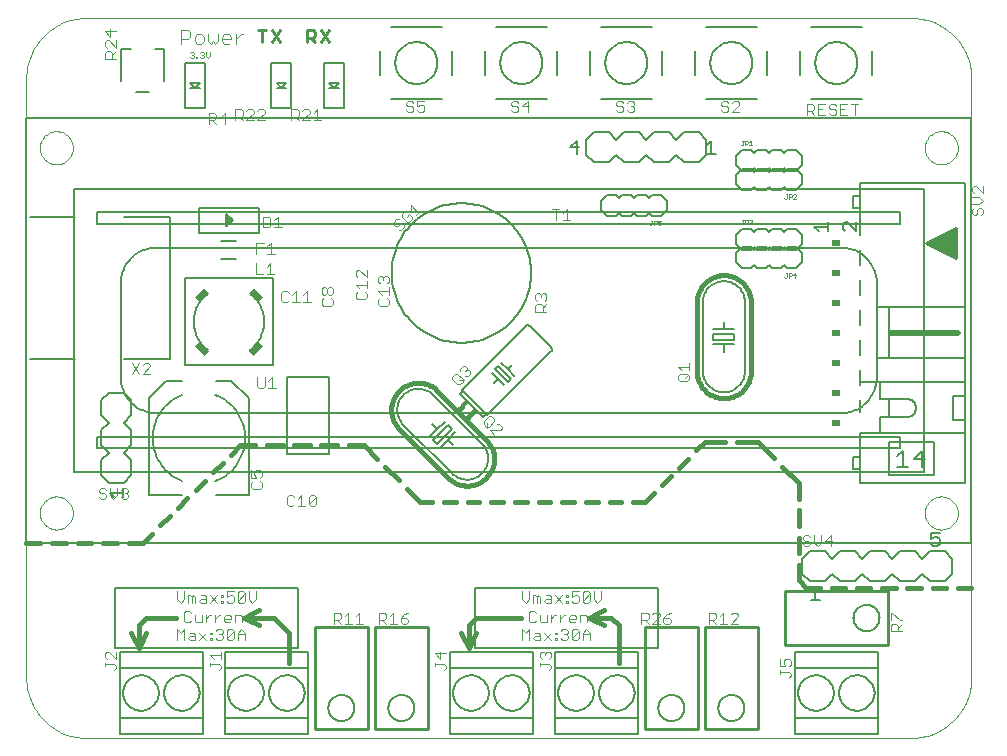
<source format=gto>
G75*
G70*
%OFA0B0*%
%FSLAX24Y24*%
%IPPOS*%
%LPD*%
%AMOC8*
5,1,8,0,0,1.08239X$1,22.5*
%
%ADD10C,0.0000*%
%ADD11C,0.0040*%
%ADD12C,0.0160*%
%ADD13C,0.0030*%
%ADD14C,0.0060*%
%ADD15C,0.0080*%
%ADD16C,0.0050*%
%ADD17C,0.0100*%
%ADD18C,0.0200*%
%ADD19R,0.2300X0.0200*%
%ADD20R,0.0200X0.0900*%
%ADD21R,0.0200X0.0700*%
%ADD22R,0.0200X0.0500*%
%ADD23R,0.0200X0.0300*%
%ADD24R,0.0100X0.0100*%
%ADD25R,0.0300X0.0200*%
%ADD26R,0.0433X0.0226*%
%ADD27C,0.0090*%
%ADD28C,0.0010*%
%ADD29R,0.0160X0.0230*%
D10*
X011180Y009430D02*
X011180Y029430D01*
X011182Y029525D01*
X011189Y029620D01*
X011200Y029715D01*
X011216Y029809D01*
X011236Y029902D01*
X011261Y029993D01*
X011290Y030084D01*
X011323Y030173D01*
X011361Y030261D01*
X011402Y030346D01*
X011448Y030430D01*
X011497Y030511D01*
X011551Y030590D01*
X011608Y030666D01*
X011669Y030740D01*
X011733Y030810D01*
X011800Y030877D01*
X011870Y030941D01*
X011944Y031002D01*
X012020Y031059D01*
X012099Y031113D01*
X012180Y031162D01*
X012264Y031208D01*
X012349Y031249D01*
X012437Y031287D01*
X012526Y031320D01*
X012617Y031349D01*
X012708Y031374D01*
X012801Y031394D01*
X012895Y031410D01*
X012990Y031421D01*
X013085Y031428D01*
X013180Y031430D01*
X040679Y031430D01*
X040774Y031428D01*
X040869Y031421D01*
X040964Y031410D01*
X041057Y031394D01*
X041150Y031374D01*
X041242Y031349D01*
X041333Y031320D01*
X041422Y031287D01*
X041510Y031249D01*
X041596Y031208D01*
X041679Y031162D01*
X041760Y031112D01*
X041839Y031059D01*
X041915Y031002D01*
X041989Y030941D01*
X042059Y030877D01*
X042127Y030810D01*
X042191Y030740D01*
X042251Y030666D01*
X042308Y030590D01*
X042362Y030511D01*
X042411Y030430D01*
X042457Y030346D01*
X042498Y030261D01*
X042536Y030173D01*
X042569Y030084D01*
X042598Y029993D01*
X042623Y029901D01*
X042643Y029808D01*
X042659Y029714D01*
X042670Y029620D01*
X042677Y029525D01*
X042679Y029429D01*
X042679Y029430D02*
X042673Y009430D01*
X042671Y009335D01*
X042664Y009240D01*
X042653Y009146D01*
X042637Y009052D01*
X042617Y008959D01*
X042592Y008867D01*
X042563Y008776D01*
X042530Y008687D01*
X042492Y008599D01*
X042451Y008514D01*
X042405Y008430D01*
X042356Y008349D01*
X042302Y008270D01*
X042245Y008194D01*
X042185Y008120D01*
X042121Y008050D01*
X042053Y007983D01*
X041983Y007919D01*
X041909Y007858D01*
X041833Y007801D01*
X041754Y007748D01*
X041673Y007698D01*
X041590Y007652D01*
X041504Y007611D01*
X041416Y007573D01*
X041327Y007540D01*
X041237Y007511D01*
X041145Y007486D01*
X041052Y007466D01*
X040958Y007450D01*
X040863Y007439D01*
X040768Y007432D01*
X040673Y007430D01*
X013180Y007430D01*
X013085Y007432D01*
X012990Y007439D01*
X012895Y007450D01*
X012801Y007466D01*
X012708Y007486D01*
X012617Y007511D01*
X012526Y007540D01*
X012437Y007573D01*
X012349Y007611D01*
X012264Y007652D01*
X012180Y007698D01*
X012099Y007747D01*
X012020Y007801D01*
X011944Y007858D01*
X011870Y007919D01*
X011800Y007983D01*
X011733Y008050D01*
X011669Y008120D01*
X011608Y008194D01*
X011551Y008270D01*
X011497Y008349D01*
X011448Y008430D01*
X011402Y008514D01*
X011361Y008599D01*
X011323Y008687D01*
X011290Y008776D01*
X011261Y008867D01*
X011236Y008958D01*
X011216Y009051D01*
X011200Y009145D01*
X011189Y009240D01*
X011182Y009335D01*
X011180Y009430D01*
X011629Y014930D02*
X011631Y014977D01*
X011637Y015023D01*
X011647Y015069D01*
X011660Y015114D01*
X011678Y015157D01*
X011699Y015199D01*
X011723Y015239D01*
X011751Y015276D01*
X011782Y015311D01*
X011816Y015344D01*
X011852Y015373D01*
X011891Y015399D01*
X011932Y015422D01*
X011975Y015441D01*
X012019Y015457D01*
X012064Y015469D01*
X012110Y015477D01*
X012157Y015481D01*
X012203Y015481D01*
X012250Y015477D01*
X012296Y015469D01*
X012341Y015457D01*
X012385Y015441D01*
X012428Y015422D01*
X012469Y015399D01*
X012508Y015373D01*
X012544Y015344D01*
X012578Y015311D01*
X012609Y015276D01*
X012637Y015239D01*
X012661Y015199D01*
X012682Y015157D01*
X012700Y015114D01*
X012713Y015069D01*
X012723Y015023D01*
X012729Y014977D01*
X012731Y014930D01*
X012729Y014883D01*
X012723Y014837D01*
X012713Y014791D01*
X012700Y014746D01*
X012682Y014703D01*
X012661Y014661D01*
X012637Y014621D01*
X012609Y014584D01*
X012578Y014549D01*
X012544Y014516D01*
X012508Y014487D01*
X012469Y014461D01*
X012428Y014438D01*
X012385Y014419D01*
X012341Y014403D01*
X012296Y014391D01*
X012250Y014383D01*
X012203Y014379D01*
X012157Y014379D01*
X012110Y014383D01*
X012064Y014391D01*
X012019Y014403D01*
X011975Y014419D01*
X011932Y014438D01*
X011891Y014461D01*
X011852Y014487D01*
X011816Y014516D01*
X011782Y014549D01*
X011751Y014584D01*
X011723Y014621D01*
X011699Y014661D01*
X011678Y014703D01*
X011660Y014746D01*
X011647Y014791D01*
X011637Y014837D01*
X011631Y014883D01*
X011629Y014930D01*
X011629Y027103D02*
X011631Y027150D01*
X011637Y027196D01*
X011647Y027242D01*
X011660Y027287D01*
X011678Y027330D01*
X011699Y027372D01*
X011723Y027412D01*
X011751Y027449D01*
X011782Y027484D01*
X011816Y027517D01*
X011852Y027546D01*
X011891Y027572D01*
X011932Y027595D01*
X011975Y027614D01*
X012019Y027630D01*
X012064Y027642D01*
X012110Y027650D01*
X012157Y027654D01*
X012203Y027654D01*
X012250Y027650D01*
X012296Y027642D01*
X012341Y027630D01*
X012385Y027614D01*
X012428Y027595D01*
X012469Y027572D01*
X012508Y027546D01*
X012544Y027517D01*
X012578Y027484D01*
X012609Y027449D01*
X012637Y027412D01*
X012661Y027372D01*
X012682Y027330D01*
X012700Y027287D01*
X012713Y027242D01*
X012723Y027196D01*
X012729Y027150D01*
X012731Y027103D01*
X012729Y027056D01*
X012723Y027010D01*
X012713Y026964D01*
X012700Y026919D01*
X012682Y026876D01*
X012661Y026834D01*
X012637Y026794D01*
X012609Y026757D01*
X012578Y026722D01*
X012544Y026689D01*
X012508Y026660D01*
X012469Y026634D01*
X012428Y026611D01*
X012385Y026592D01*
X012341Y026576D01*
X012296Y026564D01*
X012250Y026556D01*
X012203Y026552D01*
X012157Y026552D01*
X012110Y026556D01*
X012064Y026564D01*
X012019Y026576D01*
X011975Y026592D01*
X011932Y026611D01*
X011891Y026634D01*
X011852Y026660D01*
X011816Y026689D01*
X011782Y026722D01*
X011751Y026757D01*
X011723Y026794D01*
X011699Y026834D01*
X011678Y026876D01*
X011660Y026919D01*
X011647Y026964D01*
X011637Y027010D01*
X011631Y027056D01*
X011629Y027103D01*
X041125Y027103D02*
X041127Y027150D01*
X041133Y027196D01*
X041143Y027242D01*
X041156Y027287D01*
X041174Y027330D01*
X041195Y027372D01*
X041219Y027412D01*
X041247Y027449D01*
X041278Y027484D01*
X041312Y027517D01*
X041348Y027546D01*
X041387Y027572D01*
X041428Y027595D01*
X041471Y027614D01*
X041515Y027630D01*
X041560Y027642D01*
X041606Y027650D01*
X041653Y027654D01*
X041699Y027654D01*
X041746Y027650D01*
X041792Y027642D01*
X041837Y027630D01*
X041881Y027614D01*
X041924Y027595D01*
X041965Y027572D01*
X042004Y027546D01*
X042040Y027517D01*
X042074Y027484D01*
X042105Y027449D01*
X042133Y027412D01*
X042157Y027372D01*
X042178Y027330D01*
X042196Y027287D01*
X042209Y027242D01*
X042219Y027196D01*
X042225Y027150D01*
X042227Y027103D01*
X042225Y027056D01*
X042219Y027010D01*
X042209Y026964D01*
X042196Y026919D01*
X042178Y026876D01*
X042157Y026834D01*
X042133Y026794D01*
X042105Y026757D01*
X042074Y026722D01*
X042040Y026689D01*
X042004Y026660D01*
X041965Y026634D01*
X041924Y026611D01*
X041881Y026592D01*
X041837Y026576D01*
X041792Y026564D01*
X041746Y026556D01*
X041699Y026552D01*
X041653Y026552D01*
X041606Y026556D01*
X041560Y026564D01*
X041515Y026576D01*
X041471Y026592D01*
X041428Y026611D01*
X041387Y026634D01*
X041348Y026660D01*
X041312Y026689D01*
X041278Y026722D01*
X041247Y026757D01*
X041219Y026794D01*
X041195Y026834D01*
X041174Y026876D01*
X041156Y026919D01*
X041143Y026964D01*
X041133Y027010D01*
X041127Y027056D01*
X041125Y027103D01*
X041125Y014930D02*
X041127Y014977D01*
X041133Y015023D01*
X041143Y015069D01*
X041156Y015114D01*
X041174Y015157D01*
X041195Y015199D01*
X041219Y015239D01*
X041247Y015276D01*
X041278Y015311D01*
X041312Y015344D01*
X041348Y015373D01*
X041387Y015399D01*
X041428Y015422D01*
X041471Y015441D01*
X041515Y015457D01*
X041560Y015469D01*
X041606Y015477D01*
X041653Y015481D01*
X041699Y015481D01*
X041746Y015477D01*
X041792Y015469D01*
X041837Y015457D01*
X041881Y015441D01*
X041924Y015422D01*
X041965Y015399D01*
X042004Y015373D01*
X042040Y015344D01*
X042074Y015311D01*
X042105Y015276D01*
X042133Y015239D01*
X042157Y015199D01*
X042178Y015157D01*
X042196Y015114D01*
X042209Y015069D01*
X042219Y015023D01*
X042225Y014977D01*
X042227Y014930D01*
X042225Y014883D01*
X042219Y014837D01*
X042209Y014791D01*
X042196Y014746D01*
X042178Y014703D01*
X042157Y014661D01*
X042133Y014621D01*
X042105Y014584D01*
X042074Y014549D01*
X042040Y014516D01*
X042004Y014487D01*
X041965Y014461D01*
X041924Y014438D01*
X041881Y014419D01*
X041837Y014403D01*
X041792Y014391D01*
X041746Y014383D01*
X041699Y014379D01*
X041653Y014379D01*
X041606Y014383D01*
X041560Y014391D01*
X041515Y014403D01*
X041471Y014419D01*
X041428Y014438D01*
X041387Y014461D01*
X041348Y014487D01*
X041312Y014516D01*
X041278Y014549D01*
X041247Y014584D01*
X041219Y014621D01*
X041195Y014661D01*
X041174Y014703D01*
X041156Y014746D01*
X041143Y014791D01*
X041133Y014837D01*
X041127Y014883D01*
X041125Y014930D01*
D11*
X038044Y014000D02*
X037803Y014000D01*
X037984Y014180D01*
X037984Y013820D01*
X037675Y013940D02*
X037555Y013820D01*
X037435Y013940D01*
X037435Y014180D01*
X037307Y014120D02*
X037247Y014180D01*
X037127Y014180D01*
X037067Y014120D01*
X037067Y014060D01*
X037127Y014000D01*
X037247Y014000D01*
X037307Y013940D01*
X037307Y013880D01*
X037247Y013820D01*
X037127Y013820D01*
X037067Y013880D01*
X037675Y013940D02*
X037675Y014180D01*
X036600Y010059D02*
X036660Y009998D01*
X036660Y009878D01*
X036600Y009818D01*
X036480Y009818D02*
X036420Y009938D01*
X036420Y009998D01*
X036480Y010059D01*
X036600Y010059D01*
X036480Y009818D02*
X036300Y009818D01*
X036300Y010059D01*
X036300Y009690D02*
X036300Y009570D01*
X036300Y009630D02*
X036600Y009630D01*
X036660Y009570D01*
X036660Y009510D01*
X036600Y009450D01*
X028660Y009760D02*
X028660Y009820D01*
X028600Y009880D01*
X028300Y009880D01*
X028300Y009820D02*
X028300Y009940D01*
X028360Y010068D02*
X028300Y010128D01*
X028300Y010248D01*
X028360Y010309D01*
X028420Y010309D01*
X028480Y010248D01*
X028540Y010309D01*
X028600Y010309D01*
X028660Y010248D01*
X028660Y010128D01*
X028600Y010068D01*
X028480Y010188D02*
X028480Y010248D01*
X028660Y009760D02*
X028600Y009700D01*
X025160Y009760D02*
X025160Y009820D01*
X025100Y009880D01*
X024800Y009880D01*
X024800Y009820D02*
X024800Y009940D01*
X024980Y010068D02*
X024980Y010309D01*
X025160Y010248D02*
X024800Y010248D01*
X024980Y010068D01*
X025160Y009760D02*
X025100Y009700D01*
X017660Y009760D02*
X017660Y009820D01*
X017600Y009880D01*
X017300Y009880D01*
X017300Y009820D02*
X017300Y009940D01*
X017420Y010068D02*
X017300Y010188D01*
X017660Y010188D01*
X017660Y010068D02*
X017660Y010309D01*
X017660Y009760D02*
X017600Y009700D01*
X014160Y009760D02*
X014160Y009820D01*
X014100Y009880D01*
X013800Y009880D01*
X013800Y009820D02*
X013800Y009940D01*
X013860Y010068D02*
X013800Y010128D01*
X013800Y010248D01*
X013860Y010309D01*
X013920Y010309D01*
X014160Y010068D01*
X014160Y010309D01*
X014160Y009760D02*
X014100Y009700D01*
X014083Y015400D02*
X014204Y015520D01*
X014204Y015760D01*
X014332Y015700D02*
X014392Y015760D01*
X014512Y015760D01*
X014572Y015700D01*
X014572Y015640D01*
X014512Y015580D01*
X014572Y015520D01*
X014572Y015460D01*
X014512Y015400D01*
X014392Y015400D01*
X014332Y015460D01*
X014452Y015580D02*
X014512Y015580D01*
X014083Y015400D02*
X013963Y015520D01*
X013963Y015760D01*
X013835Y015700D02*
X013775Y015760D01*
X013655Y015760D01*
X013595Y015700D01*
X013595Y015640D01*
X013655Y015580D01*
X013775Y015580D01*
X013835Y015520D01*
X013835Y015460D01*
X013775Y015400D01*
X013655Y015400D01*
X013595Y015460D01*
X025378Y019392D02*
X025378Y019477D01*
X025463Y019561D01*
X025548Y019561D01*
X025718Y019392D01*
X025718Y019307D01*
X025633Y019222D01*
X025548Y019222D01*
X025378Y019392D01*
X025590Y019349D02*
X025760Y019349D01*
X025808Y019482D02*
X025893Y019482D01*
X025978Y019567D01*
X025978Y019652D01*
X025936Y019695D01*
X025851Y019695D01*
X025808Y019652D01*
X025851Y019695D02*
X025851Y019779D01*
X025808Y019822D01*
X025723Y019822D01*
X025638Y019737D01*
X025638Y019652D01*
X026593Y018153D02*
X026678Y018153D01*
X026763Y018068D01*
X026763Y017983D01*
X026593Y017813D01*
X026508Y017813D01*
X026423Y017898D01*
X026423Y017983D01*
X026593Y018153D01*
X026550Y017941D02*
X026550Y017771D01*
X026641Y017680D02*
X026981Y017680D01*
X027023Y017723D01*
X027023Y017808D01*
X026938Y017893D01*
X026853Y017893D01*
X026641Y017680D02*
X026811Y017510D01*
X032900Y019385D02*
X032900Y019505D01*
X032960Y019565D01*
X033200Y019565D01*
X033260Y019505D01*
X033260Y019385D01*
X033200Y019325D01*
X032960Y019325D01*
X032900Y019385D01*
X033140Y019445D02*
X033260Y019565D01*
X033260Y019693D02*
X033260Y019934D01*
X033260Y019813D02*
X032900Y019813D01*
X033020Y019693D01*
X024332Y025024D02*
X024162Y024854D01*
X024247Y024939D02*
X023992Y025194D01*
X023992Y025024D01*
X023944Y024891D02*
X024029Y024806D01*
X024029Y024721D01*
X023944Y024636D01*
X023859Y024636D01*
X023689Y024806D01*
X023689Y024891D01*
X023774Y024976D01*
X023859Y024976D01*
X023944Y024891D02*
X023859Y024806D01*
X023726Y024588D02*
X023768Y024546D01*
X023768Y024461D01*
X023683Y024376D01*
X023598Y024376D01*
X023556Y024503D02*
X023641Y024588D01*
X023726Y024588D01*
X023598Y024715D02*
X023513Y024715D01*
X023428Y024631D01*
X023428Y024546D01*
X023471Y024503D01*
X023556Y024503D01*
X019684Y024450D02*
X019443Y024450D01*
X019563Y024450D02*
X019563Y024810D01*
X019443Y024690D01*
X019315Y024750D02*
X019315Y024510D01*
X019255Y024450D01*
X019075Y024450D01*
X019075Y024810D01*
X019255Y024810D01*
X019315Y024750D01*
X023838Y028360D02*
X023898Y028300D01*
X024019Y028300D01*
X024079Y028360D01*
X024079Y028420D01*
X024019Y028480D01*
X023898Y028480D01*
X023838Y028540D01*
X023838Y028600D01*
X023898Y028660D01*
X024019Y028660D01*
X024079Y028600D01*
X024207Y028660D02*
X024207Y028480D01*
X024327Y028540D01*
X024387Y028540D01*
X024447Y028480D01*
X024447Y028360D01*
X024387Y028300D01*
X024267Y028300D01*
X024207Y028360D01*
X024207Y028660D02*
X024447Y028660D01*
X027338Y028600D02*
X027338Y028540D01*
X027398Y028480D01*
X027519Y028480D01*
X027579Y028420D01*
X027579Y028360D01*
X027519Y028300D01*
X027398Y028300D01*
X027338Y028360D01*
X027338Y028600D02*
X027398Y028660D01*
X027519Y028660D01*
X027579Y028600D01*
X027707Y028480D02*
X027947Y028480D01*
X027887Y028300D02*
X027887Y028660D01*
X027707Y028480D01*
X030838Y028540D02*
X030898Y028480D01*
X031019Y028480D01*
X031079Y028420D01*
X031079Y028360D01*
X031019Y028300D01*
X030898Y028300D01*
X030838Y028360D01*
X030838Y028540D02*
X030838Y028600D01*
X030898Y028660D01*
X031019Y028660D01*
X031079Y028600D01*
X031207Y028600D02*
X031267Y028660D01*
X031387Y028660D01*
X031447Y028600D01*
X031447Y028540D01*
X031387Y028480D01*
X031447Y028420D01*
X031447Y028360D01*
X031387Y028300D01*
X031267Y028300D01*
X031207Y028360D01*
X031327Y028480D02*
X031387Y028480D01*
X034338Y028540D02*
X034398Y028480D01*
X034519Y028480D01*
X034579Y028420D01*
X034579Y028360D01*
X034519Y028300D01*
X034398Y028300D01*
X034338Y028360D01*
X034338Y028540D02*
X034338Y028600D01*
X034398Y028660D01*
X034519Y028660D01*
X034579Y028600D01*
X034707Y028600D02*
X034767Y028660D01*
X034887Y028660D01*
X034947Y028600D01*
X034947Y028540D01*
X034707Y028300D01*
X034947Y028300D01*
X037200Y028320D02*
X037380Y028320D01*
X037440Y028380D01*
X037440Y028500D01*
X037380Y028560D01*
X037200Y028560D01*
X037200Y028200D01*
X037320Y028320D02*
X037440Y028200D01*
X037568Y028200D02*
X037809Y028200D01*
X037937Y028260D02*
X037997Y028200D01*
X038117Y028200D01*
X038177Y028260D01*
X038177Y028320D01*
X038117Y028380D01*
X037997Y028380D01*
X037937Y028440D01*
X037937Y028500D01*
X037997Y028560D01*
X038117Y028560D01*
X038177Y028500D01*
X038305Y028560D02*
X038305Y028200D01*
X038545Y028200D01*
X038425Y028380D02*
X038305Y028380D01*
X038305Y028560D02*
X038545Y028560D01*
X038673Y028560D02*
X038913Y028560D01*
X038793Y028560D02*
X038793Y028200D01*
X037809Y028560D02*
X037568Y028560D01*
X037568Y028200D01*
X037568Y028380D02*
X037688Y028380D01*
X042700Y025772D02*
X042700Y025652D01*
X042760Y025592D01*
X042700Y025464D02*
X042940Y025464D01*
X043060Y025343D01*
X042940Y025223D01*
X042700Y025223D01*
X042760Y025095D02*
X042700Y025035D01*
X042700Y024915D01*
X042760Y024855D01*
X042820Y024855D01*
X042880Y024915D01*
X042880Y025035D01*
X042940Y025095D01*
X043000Y025095D01*
X043060Y025035D01*
X043060Y024915D01*
X043000Y024855D01*
X043060Y025592D02*
X042820Y025832D01*
X042760Y025832D01*
X042700Y025772D01*
X043060Y025832D02*
X043060Y025592D01*
X018397Y030882D02*
X018320Y030882D01*
X018167Y030728D01*
X018167Y030575D02*
X018167Y030882D01*
X018013Y030805D02*
X018013Y030728D01*
X017706Y030728D01*
X017706Y030652D02*
X017706Y030805D01*
X017783Y030882D01*
X017936Y030882D01*
X018013Y030805D01*
X017936Y030575D02*
X017783Y030575D01*
X017706Y030652D01*
X017553Y030652D02*
X017553Y030882D01*
X017553Y030652D02*
X017476Y030575D01*
X017399Y030652D01*
X017323Y030575D01*
X017246Y030652D01*
X017246Y030882D01*
X017092Y030805D02*
X017016Y030882D01*
X016862Y030882D01*
X016785Y030805D01*
X016785Y030652D01*
X016862Y030575D01*
X017016Y030575D01*
X017092Y030652D01*
X017092Y030805D01*
X016632Y030805D02*
X016632Y030959D01*
X016555Y031035D01*
X016325Y031035D01*
X016325Y030575D01*
X016325Y030728D02*
X016555Y030728D01*
X016632Y030805D01*
X016658Y030300D02*
X016725Y030300D01*
X016758Y030267D01*
X016758Y030233D01*
X016725Y030200D01*
X016758Y030167D01*
X016758Y030133D01*
X016725Y030100D01*
X016658Y030100D01*
X016625Y030133D01*
X016692Y030200D02*
X016725Y030200D01*
X016625Y030267D02*
X016658Y030300D01*
X016846Y030133D02*
X016846Y030100D01*
X016879Y030100D01*
X016879Y030133D01*
X016846Y030133D01*
X016956Y030133D02*
X016990Y030100D01*
X017057Y030100D01*
X017090Y030133D01*
X017090Y030167D01*
X017057Y030200D01*
X017023Y030200D01*
X017057Y030200D02*
X017090Y030233D01*
X017090Y030267D01*
X017057Y030300D01*
X016990Y030300D01*
X016956Y030267D01*
X017177Y030300D02*
X017177Y030167D01*
X017244Y030100D01*
X017311Y030167D01*
X017311Y030300D01*
D12*
X024878Y019005D02*
X026505Y017378D01*
X025909Y018097D02*
X025909Y018126D01*
X026015Y018232D01*
X025696Y018479D02*
X025626Y018409D01*
X025597Y018409D01*
X024878Y019004D02*
X024835Y019045D01*
X024790Y019082D01*
X024742Y019116D01*
X024692Y019147D01*
X024640Y019175D01*
X024586Y019199D01*
X024531Y019220D01*
X024475Y019237D01*
X024418Y019251D01*
X024359Y019260D01*
X024301Y019266D01*
X024242Y019268D01*
X024183Y019266D01*
X024125Y019260D01*
X024066Y019251D01*
X024009Y019237D01*
X023953Y019220D01*
X023898Y019199D01*
X023844Y019175D01*
X023792Y019147D01*
X023742Y019116D01*
X023694Y019082D01*
X023649Y019045D01*
X023606Y019004D01*
X023565Y018961D01*
X023528Y018916D01*
X023494Y018868D01*
X023463Y018818D01*
X023435Y018766D01*
X023411Y018712D01*
X023390Y018657D01*
X023373Y018601D01*
X023359Y018544D01*
X023350Y018485D01*
X023344Y018427D01*
X023342Y018368D01*
X023344Y018309D01*
X023350Y018251D01*
X023359Y018192D01*
X023373Y018135D01*
X023390Y018079D01*
X023411Y018024D01*
X023435Y017970D01*
X023463Y017918D01*
X023494Y017868D01*
X023528Y017820D01*
X023565Y017775D01*
X023606Y017732D01*
X023605Y017732D02*
X025232Y016105D01*
X025094Y015305D02*
X025490Y015305D01*
X025884Y015305D02*
X026279Y015305D01*
X026673Y015305D02*
X027069Y015305D01*
X027462Y015305D02*
X027858Y015305D01*
X028252Y015305D02*
X028648Y015305D01*
X029041Y015305D02*
X029437Y015305D01*
X029831Y015305D02*
X030226Y015305D01*
X030620Y015305D02*
X031016Y015305D01*
X031409Y015305D02*
X031805Y015305D01*
X032096Y015596D01*
X032375Y015875D02*
X032666Y016166D01*
X032944Y016444D02*
X033235Y016735D01*
X033514Y017014D02*
X033805Y017305D01*
X034483Y017305D01*
X034877Y017305D02*
X035555Y017305D01*
X036103Y016757D01*
X036382Y016478D02*
X036930Y015930D01*
X036930Y015413D01*
X036930Y015019D02*
X036930Y014502D01*
X036930Y014108D02*
X036930Y013591D01*
X036930Y013197D02*
X036930Y012680D01*
X037180Y012430D01*
X037628Y012430D01*
X038022Y012430D02*
X038470Y012430D01*
X038864Y012430D02*
X039312Y012430D01*
X039706Y012430D02*
X040154Y012430D01*
X040548Y012430D02*
X040996Y012430D01*
X041390Y012430D02*
X041838Y012430D01*
X042232Y012430D02*
X042680Y012430D01*
X035330Y019655D02*
X035330Y021955D01*
X035328Y022014D01*
X035322Y022072D01*
X035313Y022131D01*
X035299Y022188D01*
X035282Y022244D01*
X035261Y022299D01*
X035237Y022353D01*
X035209Y022405D01*
X035178Y022455D01*
X035144Y022503D01*
X035107Y022548D01*
X035066Y022591D01*
X035023Y022632D01*
X034978Y022669D01*
X034930Y022703D01*
X034880Y022734D01*
X034828Y022762D01*
X034774Y022786D01*
X034719Y022807D01*
X034663Y022824D01*
X034606Y022838D01*
X034547Y022847D01*
X034489Y022853D01*
X034430Y022855D01*
X034371Y022853D01*
X034313Y022847D01*
X034254Y022838D01*
X034197Y022824D01*
X034141Y022807D01*
X034086Y022786D01*
X034032Y022762D01*
X033980Y022734D01*
X033930Y022703D01*
X033882Y022669D01*
X033837Y022632D01*
X033794Y022591D01*
X033753Y022548D01*
X033716Y022503D01*
X033682Y022455D01*
X033651Y022405D01*
X033623Y022353D01*
X033599Y022299D01*
X033578Y022244D01*
X033561Y022188D01*
X033547Y022131D01*
X033538Y022072D01*
X033532Y022014D01*
X033530Y021955D01*
X033530Y019655D01*
X033532Y019596D01*
X033538Y019538D01*
X033547Y019479D01*
X033561Y019422D01*
X033578Y019366D01*
X033599Y019311D01*
X033623Y019257D01*
X033651Y019205D01*
X033682Y019155D01*
X033716Y019107D01*
X033753Y019062D01*
X033794Y019019D01*
X033837Y018978D01*
X033882Y018941D01*
X033930Y018907D01*
X033980Y018876D01*
X034032Y018848D01*
X034086Y018824D01*
X034141Y018803D01*
X034197Y018786D01*
X034254Y018772D01*
X034313Y018763D01*
X034371Y018757D01*
X034430Y018755D01*
X034489Y018757D01*
X034547Y018763D01*
X034606Y018772D01*
X034663Y018786D01*
X034719Y018803D01*
X034774Y018824D01*
X034828Y018848D01*
X034880Y018876D01*
X034930Y018907D01*
X034978Y018941D01*
X035023Y018978D01*
X035066Y019019D01*
X035107Y019062D01*
X035144Y019107D01*
X035178Y019155D01*
X035209Y019205D01*
X035237Y019257D01*
X035261Y019311D01*
X035282Y019366D01*
X035299Y019422D01*
X035313Y019479D01*
X035322Y019538D01*
X035328Y019596D01*
X035330Y019655D01*
X026504Y017378D02*
X026545Y017335D01*
X026582Y017290D01*
X026616Y017242D01*
X026647Y017192D01*
X026675Y017140D01*
X026699Y017086D01*
X026720Y017031D01*
X026737Y016975D01*
X026751Y016918D01*
X026760Y016859D01*
X026766Y016801D01*
X026768Y016742D01*
X026766Y016683D01*
X026760Y016625D01*
X026751Y016566D01*
X026737Y016509D01*
X026720Y016453D01*
X026699Y016398D01*
X026675Y016344D01*
X026647Y016292D01*
X026616Y016242D01*
X026582Y016194D01*
X026545Y016149D01*
X026504Y016106D01*
X026461Y016065D01*
X026416Y016028D01*
X026368Y015994D01*
X026318Y015963D01*
X026266Y015935D01*
X026212Y015911D01*
X026157Y015890D01*
X026101Y015873D01*
X026044Y015859D01*
X025985Y015850D01*
X025927Y015844D01*
X025868Y015842D01*
X025809Y015844D01*
X025751Y015850D01*
X025692Y015859D01*
X025635Y015873D01*
X025579Y015890D01*
X025524Y015911D01*
X025470Y015935D01*
X025418Y015963D01*
X025368Y015994D01*
X025320Y016028D01*
X025275Y016065D01*
X025232Y016106D01*
X024701Y015305D02*
X024305Y015305D01*
X023866Y015744D01*
X023587Y016023D02*
X023148Y016462D01*
X022869Y016741D02*
X022430Y017180D01*
X021920Y017180D01*
X021526Y017180D02*
X021016Y017180D01*
X020623Y017180D02*
X020112Y017180D01*
X019719Y017180D02*
X019209Y017180D01*
X018815Y017180D02*
X018305Y017180D01*
X017995Y016870D01*
X017717Y016592D02*
X017407Y016282D01*
X017129Y016004D02*
X016819Y015694D01*
X016541Y015416D02*
X016231Y015106D01*
X015953Y014828D02*
X015643Y014518D01*
X015365Y014240D02*
X015055Y013930D01*
X014595Y013930D01*
X014201Y013930D02*
X013741Y013930D01*
X013348Y013930D02*
X012887Y013930D01*
X012494Y013930D02*
X012034Y013930D01*
X011640Y013930D02*
X011180Y013930D01*
X014680Y010930D02*
X014930Y010430D01*
X015180Y010930D01*
X014930Y011180D02*
X014930Y010430D01*
X014930Y011180D02*
X015180Y011430D01*
X016180Y011430D01*
X018430Y011430D02*
X018930Y011180D01*
X018930Y011680D02*
X018430Y011430D01*
X019430Y011430D01*
X019930Y010930D01*
X019930Y009930D01*
X025680Y010930D02*
X025930Y010430D01*
X026180Y010930D01*
X025930Y011180D02*
X025930Y010430D01*
X025930Y011180D02*
X026180Y011430D01*
X027680Y011430D01*
X029930Y011430D02*
X030430Y011180D01*
X030680Y011430D02*
X029930Y011430D01*
X030430Y011680D01*
X030680Y011430D02*
X030930Y011180D01*
X030930Y009930D01*
D13*
X029968Y010695D02*
X029968Y010942D01*
X029844Y011065D01*
X029721Y010942D01*
X029721Y010695D01*
X029599Y010757D02*
X029599Y011004D01*
X029352Y010757D01*
X029414Y010695D01*
X029538Y010695D01*
X029599Y010757D01*
X029721Y010880D02*
X029968Y010880D01*
X029599Y011004D02*
X029538Y011065D01*
X029414Y011065D01*
X029352Y011004D01*
X029352Y010757D01*
X029231Y010757D02*
X029169Y010695D01*
X029046Y010695D01*
X028984Y010757D01*
X028862Y010757D02*
X028862Y010695D01*
X028800Y010695D01*
X028800Y010757D01*
X028862Y010757D01*
X028862Y010880D02*
X028800Y010880D01*
X028800Y010942D01*
X028862Y010942D01*
X028862Y010880D01*
X028984Y011004D02*
X029046Y011065D01*
X029169Y011065D01*
X029231Y011004D01*
X029231Y010942D01*
X029169Y010880D01*
X029231Y010818D01*
X029231Y010757D01*
X029169Y010880D02*
X029108Y010880D01*
X028960Y011280D02*
X028960Y011526D01*
X028839Y011526D02*
X028777Y011526D01*
X028653Y011403D01*
X028653Y011280D02*
X028653Y011526D01*
X028532Y011526D02*
X028532Y011280D01*
X028347Y011280D01*
X028285Y011341D01*
X028285Y011526D01*
X028164Y011588D02*
X028102Y011650D01*
X027979Y011650D01*
X027917Y011588D01*
X027917Y011341D01*
X027979Y011280D01*
X028102Y011280D01*
X028164Y011341D01*
X027942Y011065D02*
X027942Y010695D01*
X028063Y010757D02*
X028125Y010818D01*
X028310Y010818D01*
X028310Y010880D02*
X028310Y010695D01*
X028125Y010695D01*
X028063Y010757D01*
X028125Y010942D02*
X028248Y010942D01*
X028310Y010880D01*
X028432Y010942D02*
X028679Y010695D01*
X028432Y010695D02*
X028679Y010942D01*
X028960Y011403D02*
X029084Y011526D01*
X029146Y011526D01*
X029267Y011465D02*
X029329Y011526D01*
X029452Y011526D01*
X029514Y011465D01*
X029514Y011403D01*
X029267Y011403D01*
X029267Y011341D02*
X029267Y011465D01*
X029267Y011341D02*
X029329Y011280D01*
X029452Y011280D01*
X029636Y011280D02*
X029636Y011526D01*
X029821Y011526D01*
X029883Y011465D01*
X029883Y011280D01*
X030066Y011341D02*
X030127Y011280D01*
X030066Y011341D02*
X030066Y011588D01*
X030127Y011526D02*
X030004Y011526D01*
X029906Y011945D02*
X029782Y011945D01*
X029721Y012007D01*
X029968Y012254D01*
X029968Y012007D01*
X029906Y011945D01*
X029721Y012007D02*
X029721Y012254D01*
X029782Y012315D01*
X029906Y012315D01*
X029968Y012254D01*
X030089Y012315D02*
X030089Y012068D01*
X030212Y011945D01*
X030336Y012068D01*
X030336Y012315D01*
X029599Y012315D02*
X029352Y012315D01*
X029352Y012130D01*
X029476Y012192D01*
X029538Y012192D01*
X029599Y012130D01*
X029599Y012007D01*
X029538Y011945D01*
X029414Y011945D01*
X029352Y012007D01*
X029230Y012007D02*
X029230Y011945D01*
X029168Y011945D01*
X029168Y012007D01*
X029230Y012007D01*
X029230Y012130D02*
X029168Y012130D01*
X029168Y012192D01*
X029230Y012192D01*
X029230Y012130D01*
X029047Y012192D02*
X028800Y011945D01*
X028679Y011945D02*
X028493Y011945D01*
X028432Y012007D01*
X028493Y012068D01*
X028679Y012068D01*
X028679Y012130D02*
X028679Y011945D01*
X028679Y012130D02*
X028617Y012192D01*
X028493Y012192D01*
X028310Y012130D02*
X028310Y011945D01*
X028187Y011945D02*
X028187Y012130D01*
X028248Y012192D01*
X028310Y012130D01*
X028187Y012130D02*
X028125Y012192D01*
X028063Y012192D01*
X028063Y011945D01*
X027942Y012068D02*
X027818Y011945D01*
X027695Y012068D01*
X027695Y012315D01*
X027942Y012315D02*
X027942Y012068D01*
X028800Y012192D02*
X029047Y011945D01*
X027942Y011065D02*
X027818Y010942D01*
X027695Y011065D01*
X027695Y010695D01*
X031673Y011238D02*
X031673Y011609D01*
X031859Y011609D01*
X031920Y011547D01*
X031920Y011423D01*
X031859Y011362D01*
X031673Y011362D01*
X031797Y011362D02*
X031920Y011238D01*
X032042Y011238D02*
X032289Y011485D01*
X032289Y011547D01*
X032227Y011609D01*
X032103Y011609D01*
X032042Y011547D01*
X032042Y011238D02*
X032289Y011238D01*
X032410Y011300D02*
X032472Y011238D01*
X032595Y011238D01*
X032657Y011300D01*
X032657Y011362D01*
X032595Y011423D01*
X032410Y011423D01*
X032410Y011300D01*
X032410Y011423D02*
X032533Y011547D01*
X032657Y011609D01*
X033923Y011609D02*
X033923Y011238D01*
X033923Y011362D02*
X034109Y011362D01*
X034170Y011423D01*
X034170Y011547D01*
X034109Y011609D01*
X033923Y011609D01*
X034047Y011362D02*
X034170Y011238D01*
X034292Y011238D02*
X034539Y011238D01*
X034660Y011238D02*
X034907Y011485D01*
X034907Y011547D01*
X034845Y011609D01*
X034722Y011609D01*
X034660Y011547D01*
X034415Y011609D02*
X034415Y011238D01*
X034660Y011238D02*
X034907Y011238D01*
X034415Y011609D02*
X034292Y011485D01*
X039988Y011348D02*
X039988Y011595D01*
X040050Y011595D01*
X040297Y011348D01*
X040358Y011348D01*
X040358Y011227D02*
X040235Y011103D01*
X040235Y011165D02*
X040235Y010980D01*
X040358Y010980D02*
X039988Y010980D01*
X039988Y011165D01*
X040050Y011227D01*
X040173Y011227D01*
X040235Y011165D01*
X028515Y021645D02*
X028145Y021645D01*
X028145Y021830D01*
X028206Y021892D01*
X028330Y021892D01*
X028392Y021830D01*
X028392Y021645D01*
X028392Y021768D02*
X028515Y021892D01*
X028453Y022013D02*
X028515Y022075D01*
X028515Y022198D01*
X028453Y022260D01*
X028392Y022260D01*
X028330Y022198D01*
X028330Y022137D01*
X028330Y022198D02*
X028268Y022260D01*
X028206Y022260D01*
X028145Y022198D01*
X028145Y022075D01*
X028206Y022013D01*
X028818Y024695D02*
X028818Y025065D01*
X028695Y025065D02*
X028942Y025065D01*
X029063Y024942D02*
X029187Y025065D01*
X029187Y024695D01*
X029310Y024695D02*
X029063Y024695D01*
X023265Y022767D02*
X023265Y022643D01*
X023203Y022582D01*
X023265Y022460D02*
X023265Y022213D01*
X023265Y022337D02*
X022895Y022337D01*
X023018Y022213D01*
X022956Y022092D02*
X022895Y022030D01*
X022895Y021907D01*
X022956Y021845D01*
X023203Y021845D01*
X023265Y021907D01*
X023265Y022030D01*
X023203Y022092D01*
X022956Y022582D02*
X022895Y022643D01*
X022895Y022767D01*
X022956Y022829D01*
X023018Y022829D01*
X023080Y022767D01*
X023142Y022829D01*
X023203Y022829D01*
X023265Y022767D01*
X023080Y022767D02*
X023080Y022705D01*
X022521Y022667D02*
X022521Y022421D01*
X022521Y022544D02*
X022151Y022544D01*
X022274Y022421D01*
X022213Y022299D02*
X022151Y022237D01*
X022151Y022114D01*
X022213Y022052D01*
X022460Y022052D01*
X022521Y022114D01*
X022521Y022237D01*
X022460Y022299D01*
X022521Y022789D02*
X022274Y023036D01*
X022213Y023036D01*
X022151Y022974D01*
X022151Y022851D01*
X022213Y022789D01*
X022521Y022789D02*
X022521Y023036D01*
X021390Y022398D02*
X021390Y022275D01*
X021328Y022213D01*
X021267Y022213D01*
X021205Y022275D01*
X021205Y022398D01*
X021267Y022460D01*
X021328Y022460D01*
X021390Y022398D01*
X021205Y022398D02*
X021143Y022460D01*
X021081Y022460D01*
X021020Y022398D01*
X021020Y022275D01*
X021081Y022213D01*
X021143Y022213D01*
X021205Y022275D01*
X021328Y022092D02*
X021390Y022030D01*
X021390Y021907D01*
X021328Y021845D01*
X021081Y021845D01*
X021020Y021907D01*
X021020Y022030D01*
X021081Y022092D01*
X020661Y021964D02*
X020414Y021964D01*
X020292Y021964D02*
X020046Y021964D01*
X020169Y021964D02*
X020169Y022334D01*
X020046Y022211D01*
X019924Y022272D02*
X019862Y022334D01*
X019739Y022334D01*
X019677Y022272D01*
X019677Y022025D01*
X019739Y021964D01*
X019862Y021964D01*
X019924Y022025D01*
X020414Y022211D02*
X020537Y022334D01*
X020537Y021964D01*
X019432Y022895D02*
X019185Y022895D01*
X019064Y022895D02*
X018817Y022895D01*
X018817Y023265D01*
X018845Y023570D02*
X018845Y023940D01*
X019092Y023940D01*
X019213Y023817D02*
X019337Y023940D01*
X019337Y023570D01*
X019460Y023570D02*
X019213Y023570D01*
X018968Y023755D02*
X018845Y023755D01*
X019309Y023265D02*
X019309Y022895D01*
X019185Y023142D02*
X019309Y023265D01*
X015310Y019879D02*
X015248Y019940D01*
X015125Y019940D01*
X015063Y019879D01*
X014942Y019940D02*
X014695Y019570D01*
X014942Y019570D02*
X014695Y019940D01*
X015063Y019570D02*
X015310Y019817D01*
X015310Y019879D01*
X015310Y019570D02*
X015063Y019570D01*
X018870Y019465D02*
X018870Y019157D01*
X018932Y019095D01*
X019055Y019095D01*
X019117Y019157D01*
X019117Y019465D01*
X019238Y019342D02*
X019362Y019465D01*
X019362Y019095D01*
X019485Y019095D02*
X019238Y019095D01*
X018965Y016356D02*
X019027Y016295D01*
X019027Y016171D01*
X018965Y016110D01*
X018965Y015988D02*
X019027Y015926D01*
X019027Y015803D01*
X018965Y015741D01*
X018719Y015741D01*
X018657Y015803D01*
X018657Y015926D01*
X018719Y015988D01*
X018657Y016110D02*
X018842Y016110D01*
X018780Y016233D01*
X018780Y016295D01*
X018842Y016356D01*
X018965Y016356D01*
X018657Y016356D02*
X018657Y016110D01*
X019858Y015474D02*
X019858Y015227D01*
X019919Y015165D01*
X020043Y015165D01*
X020105Y015227D01*
X020226Y015165D02*
X020473Y015165D01*
X020350Y015165D02*
X020350Y015535D01*
X020226Y015412D01*
X020105Y015474D02*
X020043Y015535D01*
X019919Y015535D01*
X019858Y015474D01*
X020594Y015474D02*
X020594Y015227D01*
X020841Y015474D01*
X020841Y015227D01*
X020780Y015165D01*
X020656Y015165D01*
X020594Y015227D01*
X020594Y015474D02*
X020656Y015535D01*
X020780Y015535D01*
X020841Y015474D01*
X018836Y012315D02*
X018836Y012068D01*
X018712Y011945D01*
X018589Y012068D01*
X018589Y012315D01*
X018468Y012254D02*
X018221Y012007D01*
X018282Y011945D01*
X018406Y011945D01*
X018468Y012007D01*
X018468Y012254D01*
X018406Y012315D01*
X018282Y012315D01*
X018221Y012254D01*
X018221Y012007D01*
X018099Y012007D02*
X018038Y011945D01*
X017914Y011945D01*
X017852Y012007D01*
X017730Y012007D02*
X017730Y011945D01*
X017668Y011945D01*
X017668Y012007D01*
X017730Y012007D01*
X017730Y012130D02*
X017668Y012130D01*
X017668Y012192D01*
X017730Y012192D01*
X017730Y012130D01*
X017852Y012130D02*
X017976Y012192D01*
X018038Y012192D01*
X018099Y012130D01*
X018099Y012007D01*
X017852Y012130D02*
X017852Y012315D01*
X018099Y012315D01*
X017547Y012192D02*
X017300Y011945D01*
X017179Y011945D02*
X017179Y012130D01*
X017117Y012192D01*
X016993Y012192D01*
X016993Y012068D02*
X017179Y012068D01*
X017179Y011945D02*
X016993Y011945D01*
X016932Y012007D01*
X016993Y012068D01*
X016810Y012130D02*
X016810Y011945D01*
X016687Y011945D02*
X016687Y012130D01*
X016748Y012192D01*
X016810Y012130D01*
X016687Y012130D02*
X016625Y012192D01*
X016563Y012192D01*
X016563Y011945D01*
X016442Y012068D02*
X016318Y011945D01*
X016195Y012068D01*
X016195Y012315D01*
X016442Y012315D02*
X016442Y012068D01*
X016479Y011650D02*
X016417Y011588D01*
X016417Y011341D01*
X016479Y011280D01*
X016602Y011280D01*
X016664Y011341D01*
X016785Y011341D02*
X016847Y011280D01*
X017032Y011280D01*
X017032Y011526D01*
X017153Y011526D02*
X017153Y011280D01*
X017153Y011403D02*
X017277Y011526D01*
X017339Y011526D01*
X017460Y011526D02*
X017460Y011280D01*
X017460Y011403D02*
X017584Y011526D01*
X017646Y011526D01*
X017767Y011465D02*
X017829Y011526D01*
X017952Y011526D01*
X018014Y011465D01*
X018014Y011403D01*
X017767Y011403D01*
X017767Y011341D02*
X017767Y011465D01*
X017767Y011341D02*
X017829Y011280D01*
X017952Y011280D01*
X018136Y011280D02*
X018136Y011526D01*
X018321Y011526D01*
X018383Y011465D01*
X018383Y011280D01*
X018566Y011341D02*
X018627Y011280D01*
X018566Y011341D02*
X018566Y011588D01*
X018627Y011526D02*
X018504Y011526D01*
X018344Y011065D02*
X018221Y010942D01*
X018221Y010695D01*
X018099Y010757D02*
X018038Y010695D01*
X017914Y010695D01*
X017852Y010757D01*
X018099Y011004D01*
X018099Y010757D01*
X018221Y010880D02*
X018468Y010880D01*
X018468Y010942D02*
X018468Y010695D01*
X018468Y010942D02*
X018344Y011065D01*
X018099Y011004D02*
X018038Y011065D01*
X017914Y011065D01*
X017852Y011004D01*
X017852Y010757D01*
X017731Y010757D02*
X017669Y010695D01*
X017546Y010695D01*
X017484Y010757D01*
X017362Y010757D02*
X017362Y010695D01*
X017300Y010695D01*
X017300Y010757D01*
X017362Y010757D01*
X017362Y010880D02*
X017300Y010880D01*
X017300Y010942D01*
X017362Y010942D01*
X017362Y010880D01*
X017484Y011004D02*
X017546Y011065D01*
X017669Y011065D01*
X017731Y011004D01*
X017731Y010942D01*
X017669Y010880D01*
X017731Y010818D01*
X017731Y010757D01*
X017669Y010880D02*
X017608Y010880D01*
X017179Y010942D02*
X016932Y010695D01*
X016810Y010695D02*
X016625Y010695D01*
X016563Y010757D01*
X016625Y010818D01*
X016810Y010818D01*
X016810Y010880D02*
X016810Y010695D01*
X016810Y010880D02*
X016748Y010942D01*
X016625Y010942D01*
X016442Y011065D02*
X016442Y010695D01*
X016195Y010695D02*
X016195Y011065D01*
X016318Y010942D01*
X016442Y011065D01*
X016785Y011341D02*
X016785Y011526D01*
X016664Y011588D02*
X016602Y011650D01*
X016479Y011650D01*
X016932Y010942D02*
X017179Y010695D01*
X017547Y011945D02*
X017300Y012192D01*
X021423Y011609D02*
X021423Y011238D01*
X021423Y011362D02*
X021609Y011362D01*
X021670Y011423D01*
X021670Y011547D01*
X021609Y011609D01*
X021423Y011609D01*
X021547Y011362D02*
X021670Y011238D01*
X021792Y011238D02*
X022039Y011238D01*
X022160Y011238D02*
X022407Y011238D01*
X022283Y011238D02*
X022283Y011609D01*
X022160Y011485D01*
X021915Y011609D02*
X021915Y011238D01*
X021792Y011485D02*
X021915Y011609D01*
X022923Y011609D02*
X022923Y011238D01*
X022923Y011362D02*
X023109Y011362D01*
X023170Y011423D01*
X023170Y011547D01*
X023109Y011609D01*
X022923Y011609D01*
X023047Y011362D02*
X023170Y011238D01*
X023292Y011238D02*
X023539Y011238D01*
X023415Y011238D02*
X023415Y011609D01*
X023292Y011485D01*
X023660Y011423D02*
X023845Y011423D01*
X023907Y011362D01*
X023907Y011300D01*
X023845Y011238D01*
X023722Y011238D01*
X023660Y011300D01*
X023660Y011423D01*
X023783Y011547D01*
X023907Y011609D01*
X020999Y028020D02*
X020752Y028020D01*
X020630Y028020D02*
X020383Y028020D01*
X020630Y028267D01*
X020630Y028329D01*
X020569Y028390D01*
X020445Y028390D01*
X020383Y028329D01*
X020262Y028329D02*
X020262Y028205D01*
X020200Y028143D01*
X020015Y028143D01*
X020015Y028020D02*
X020015Y028390D01*
X020200Y028390D01*
X020262Y028329D01*
X020138Y028143D02*
X020262Y028020D01*
X020752Y028267D02*
X020875Y028390D01*
X020875Y028020D01*
X019124Y028020D02*
X018877Y028020D01*
X019124Y028267D01*
X019124Y028329D01*
X019062Y028390D01*
X018938Y028390D01*
X018877Y028329D01*
X018755Y028329D02*
X018694Y028390D01*
X018570Y028390D01*
X018508Y028329D01*
X018387Y028329D02*
X018387Y028205D01*
X018325Y028143D01*
X018140Y028143D01*
X018140Y028020D02*
X018140Y028390D01*
X018325Y028390D01*
X018387Y028329D01*
X018263Y028143D02*
X018387Y028020D01*
X018508Y028020D02*
X018755Y028267D01*
X018755Y028329D01*
X018755Y028020D02*
X018508Y028020D01*
X017874Y028080D02*
X017627Y028080D01*
X017812Y028265D01*
X017812Y027895D01*
X017505Y027895D02*
X017382Y028018D01*
X017444Y028018D02*
X017258Y028018D01*
X017258Y027895D02*
X017258Y028265D01*
X017444Y028265D01*
X017505Y028204D01*
X017505Y028080D01*
X017444Y028018D01*
X014165Y030070D02*
X013795Y030070D01*
X013795Y030255D01*
X013856Y030317D01*
X013980Y030317D01*
X014042Y030255D01*
X014042Y030070D01*
X014042Y030193D02*
X014165Y030317D01*
X014165Y030438D02*
X013918Y030685D01*
X013856Y030685D01*
X013795Y030623D01*
X013795Y030500D01*
X013856Y030438D01*
X014165Y030438D02*
X014165Y030685D01*
X013980Y030807D02*
X013980Y031054D01*
X014165Y030992D02*
X013795Y030992D01*
X013980Y030807D01*
D14*
X025696Y019045D02*
X027818Y021166D01*
X027817Y021167D02*
X027831Y021178D01*
X027846Y021187D01*
X027862Y021193D01*
X027879Y021196D01*
X027897Y021196D01*
X027914Y021193D01*
X027930Y021187D01*
X027945Y021178D01*
X027959Y021167D01*
X027959Y021166D02*
X028666Y020459D01*
X028667Y020459D02*
X028678Y020445D01*
X028687Y020430D01*
X028693Y020414D01*
X028696Y020397D01*
X028696Y020379D01*
X028693Y020362D01*
X028687Y020346D01*
X028678Y020331D01*
X028667Y020317D01*
X028666Y020318D02*
X026545Y018196D01*
X026510Y018232D01*
X025732Y019010D01*
X025696Y019045D01*
X025732Y019010D02*
X025626Y018904D01*
X026404Y018126D01*
X026510Y018232D01*
X026757Y019257D02*
X026899Y019399D01*
X027111Y019186D01*
X027217Y019292D02*
X027323Y019399D01*
X026899Y019823D01*
X026792Y019717D01*
X027217Y019292D01*
X027429Y019505D02*
X027217Y019717D01*
X027358Y019858D01*
X027217Y019717D02*
X027005Y019929D01*
X026686Y019611D02*
X026899Y019399D01*
X026363Y017237D02*
X024737Y018863D01*
X024700Y018898D01*
X024660Y018930D01*
X024618Y018959D01*
X024573Y018985D01*
X024527Y019007D01*
X024480Y019026D01*
X024431Y019042D01*
X024382Y019054D01*
X024331Y019062D01*
X024280Y019067D01*
X024229Y019068D01*
X024178Y019065D01*
X024127Y019059D01*
X024077Y019048D01*
X024028Y019035D01*
X023980Y019017D01*
X023933Y018996D01*
X023888Y018972D01*
X023845Y018945D01*
X023804Y018914D01*
X023765Y018881D01*
X023729Y018845D01*
X023696Y018806D01*
X023665Y018765D01*
X023638Y018722D01*
X023614Y018677D01*
X023593Y018630D01*
X023575Y018582D01*
X023562Y018533D01*
X023551Y018483D01*
X023545Y018432D01*
X023542Y018381D01*
X023543Y018330D01*
X023548Y018279D01*
X023556Y018228D01*
X023568Y018179D01*
X023584Y018130D01*
X023603Y018083D01*
X023625Y018037D01*
X023651Y017992D01*
X023680Y017950D01*
X023712Y017910D01*
X023747Y017873D01*
X025373Y016247D01*
X025410Y016212D01*
X025450Y016180D01*
X025492Y016151D01*
X025537Y016125D01*
X025583Y016103D01*
X025630Y016084D01*
X025679Y016068D01*
X025728Y016056D01*
X025779Y016048D01*
X025830Y016043D01*
X025881Y016042D01*
X025932Y016045D01*
X025983Y016051D01*
X026033Y016062D01*
X026082Y016075D01*
X026130Y016093D01*
X026177Y016114D01*
X026222Y016138D01*
X026265Y016165D01*
X026306Y016196D01*
X026345Y016229D01*
X026381Y016265D01*
X026414Y016304D01*
X026445Y016345D01*
X026472Y016388D01*
X026496Y016433D01*
X026517Y016480D01*
X026535Y016528D01*
X026548Y016577D01*
X026559Y016627D01*
X026565Y016678D01*
X026568Y016729D01*
X026567Y016780D01*
X026562Y016831D01*
X026554Y016882D01*
X026542Y016931D01*
X026526Y016980D01*
X026507Y017027D01*
X026485Y017073D01*
X026459Y017118D01*
X026430Y017160D01*
X026398Y017200D01*
X026363Y017237D01*
X025409Y017201D02*
X025232Y017378D01*
X025479Y017626D01*
X025373Y017732D02*
X024878Y017237D01*
X024737Y017378D01*
X025232Y017873D01*
X025373Y017732D01*
X025126Y017979D02*
X024878Y017732D01*
X024701Y017909D01*
X024878Y017732D02*
X024631Y017484D01*
X024984Y017131D02*
X025232Y017378D01*
X033730Y019655D02*
X033730Y021955D01*
X033732Y022006D01*
X033737Y022057D01*
X033747Y022107D01*
X033760Y022157D01*
X033776Y022205D01*
X033796Y022252D01*
X033820Y022298D01*
X033846Y022341D01*
X033876Y022383D01*
X033909Y022422D01*
X033944Y022459D01*
X033982Y022493D01*
X034023Y022524D01*
X034065Y022553D01*
X034110Y022578D01*
X034156Y022599D01*
X034204Y022618D01*
X034253Y022632D01*
X034303Y022643D01*
X034353Y022651D01*
X034404Y022655D01*
X034456Y022655D01*
X034507Y022651D01*
X034557Y022643D01*
X034607Y022632D01*
X034656Y022618D01*
X034704Y022599D01*
X034750Y022578D01*
X034795Y022553D01*
X034837Y022524D01*
X034878Y022493D01*
X034916Y022459D01*
X034951Y022422D01*
X034984Y022383D01*
X035014Y022341D01*
X035040Y022298D01*
X035064Y022252D01*
X035084Y022205D01*
X035100Y022157D01*
X035113Y022107D01*
X035123Y022057D01*
X035128Y022006D01*
X035130Y021955D01*
X035130Y019655D01*
X035128Y019604D01*
X035123Y019553D01*
X035113Y019503D01*
X035100Y019453D01*
X035084Y019405D01*
X035064Y019358D01*
X035040Y019312D01*
X035014Y019269D01*
X034984Y019227D01*
X034951Y019188D01*
X034916Y019151D01*
X034878Y019117D01*
X034837Y019086D01*
X034795Y019057D01*
X034750Y019032D01*
X034704Y019011D01*
X034656Y018992D01*
X034607Y018978D01*
X034557Y018967D01*
X034507Y018959D01*
X034456Y018955D01*
X034404Y018955D01*
X034353Y018959D01*
X034303Y018967D01*
X034253Y018978D01*
X034204Y018992D01*
X034156Y019011D01*
X034110Y019032D01*
X034065Y019057D01*
X034023Y019086D01*
X033982Y019117D01*
X033944Y019151D01*
X033909Y019188D01*
X033876Y019227D01*
X033846Y019269D01*
X033820Y019312D01*
X033796Y019358D01*
X033776Y019405D01*
X033760Y019453D01*
X033747Y019503D01*
X033737Y019553D01*
X033732Y019604D01*
X033730Y019655D01*
X034430Y020305D02*
X034430Y020555D01*
X034080Y020555D01*
X034080Y020705D02*
X034080Y020905D01*
X034780Y020905D01*
X034780Y020705D01*
X034080Y020705D01*
X034080Y021055D02*
X034430Y021055D01*
X034430Y021305D01*
X034430Y021055D02*
X034780Y021055D01*
X034780Y020555D02*
X034430Y020555D01*
X038980Y020680D02*
X038980Y020180D01*
X039530Y020080D02*
X039930Y020080D01*
X039930Y021780D01*
X039530Y021780D01*
X039530Y020080D01*
X039930Y020080D02*
X042480Y020080D01*
X042480Y019280D01*
X042480Y015930D01*
X038980Y015930D01*
X038980Y016380D01*
X038730Y016380D01*
X038730Y016780D01*
X038980Y016780D01*
X038980Y017580D01*
X039630Y017580D01*
X042480Y017580D01*
X042480Y018030D02*
X042080Y018030D01*
X042080Y018830D01*
X042480Y018830D01*
X042480Y019280D02*
X039630Y019280D01*
X038980Y019280D01*
X038980Y019180D01*
X038980Y019280D02*
X038980Y019680D01*
X039630Y019280D02*
X039630Y018730D01*
X039930Y018730D01*
X039930Y018130D01*
X039630Y018130D01*
X039630Y017580D01*
X039930Y017280D02*
X041430Y017280D01*
X041430Y016180D01*
X039930Y016180D01*
X039930Y017280D01*
X040210Y016820D02*
X040390Y017000D01*
X040390Y016460D01*
X040210Y016460D02*
X040570Y016460D01*
X040762Y016730D02*
X041123Y016730D01*
X041033Y016460D02*
X041033Y017000D01*
X040762Y016730D01*
X040530Y018130D02*
X039930Y018130D01*
X040530Y018130D02*
X040564Y018132D01*
X040597Y018138D01*
X040629Y018147D01*
X040660Y018160D01*
X040690Y018176D01*
X040717Y018195D01*
X040742Y018218D01*
X040765Y018243D01*
X040784Y018270D01*
X040800Y018300D01*
X040813Y018331D01*
X040822Y018363D01*
X040828Y018396D01*
X040830Y018430D01*
X040828Y018464D01*
X040822Y018497D01*
X040813Y018529D01*
X040800Y018560D01*
X040784Y018590D01*
X040765Y018617D01*
X040742Y018642D01*
X040717Y018665D01*
X040690Y018684D01*
X040660Y018700D01*
X040629Y018713D01*
X040597Y018722D01*
X040564Y018728D01*
X040530Y018730D01*
X039930Y018730D01*
X038980Y018680D02*
X038980Y018280D01*
X038980Y016780D02*
X038980Y016380D01*
X038797Y013650D02*
X038297Y013650D01*
X038047Y013400D01*
X037797Y013650D01*
X037297Y013650D01*
X037047Y013400D01*
X037047Y012900D01*
X037297Y012650D01*
X037797Y012650D01*
X038047Y012900D01*
X038297Y012650D01*
X038797Y012650D01*
X039047Y012900D01*
X039297Y012650D01*
X039797Y012650D01*
X040047Y012900D01*
X040297Y012650D01*
X040797Y012650D01*
X041047Y012900D01*
X041297Y012650D01*
X041797Y012650D01*
X042047Y012900D01*
X042047Y013400D01*
X041797Y013650D01*
X041297Y013650D01*
X041047Y013400D01*
X040797Y013650D01*
X040297Y013650D01*
X040047Y013400D01*
X039797Y013650D01*
X039297Y013650D01*
X039047Y013400D01*
X038797Y013650D01*
X038750Y011430D02*
X038752Y011471D01*
X038758Y011512D01*
X038768Y011552D01*
X038781Y011591D01*
X038798Y011629D01*
X038819Y011665D01*
X038843Y011698D01*
X038870Y011729D01*
X038900Y011758D01*
X038932Y011784D01*
X038967Y011806D01*
X039004Y011825D01*
X039042Y011840D01*
X039082Y011852D01*
X039122Y011860D01*
X039163Y011864D01*
X039205Y011864D01*
X039246Y011860D01*
X039286Y011852D01*
X039326Y011840D01*
X039364Y011825D01*
X039401Y011806D01*
X039436Y011784D01*
X039468Y011758D01*
X039498Y011729D01*
X039525Y011698D01*
X039549Y011665D01*
X039570Y011629D01*
X039587Y011591D01*
X039600Y011552D01*
X039610Y011512D01*
X039616Y011471D01*
X039618Y011430D01*
X039616Y011389D01*
X039610Y011348D01*
X039600Y011308D01*
X039587Y011269D01*
X039570Y011231D01*
X039549Y011195D01*
X039525Y011162D01*
X039498Y011131D01*
X039468Y011102D01*
X039436Y011076D01*
X039401Y011054D01*
X039364Y011035D01*
X039326Y011020D01*
X039286Y011008D01*
X039246Y011000D01*
X039205Y010996D01*
X039163Y010996D01*
X039122Y011000D01*
X039082Y011008D01*
X039042Y011020D01*
X039004Y011035D01*
X038967Y011054D01*
X038932Y011076D01*
X038900Y011102D01*
X038870Y011131D01*
X038843Y011162D01*
X038819Y011195D01*
X038798Y011231D01*
X038781Y011269D01*
X038768Y011308D01*
X038758Y011348D01*
X038752Y011389D01*
X038750Y011430D01*
X034246Y008426D02*
X034248Y008467D01*
X034254Y008508D01*
X034264Y008548D01*
X034277Y008587D01*
X034294Y008625D01*
X034315Y008661D01*
X034339Y008694D01*
X034366Y008725D01*
X034396Y008754D01*
X034428Y008780D01*
X034463Y008802D01*
X034500Y008821D01*
X034538Y008836D01*
X034578Y008848D01*
X034618Y008856D01*
X034659Y008860D01*
X034701Y008860D01*
X034742Y008856D01*
X034782Y008848D01*
X034822Y008836D01*
X034860Y008821D01*
X034897Y008802D01*
X034932Y008780D01*
X034964Y008754D01*
X034994Y008725D01*
X035021Y008694D01*
X035045Y008661D01*
X035066Y008625D01*
X035083Y008587D01*
X035096Y008548D01*
X035106Y008508D01*
X035112Y008467D01*
X035114Y008426D01*
X035112Y008385D01*
X035106Y008344D01*
X035096Y008304D01*
X035083Y008265D01*
X035066Y008227D01*
X035045Y008191D01*
X035021Y008158D01*
X034994Y008127D01*
X034964Y008098D01*
X034932Y008072D01*
X034897Y008050D01*
X034860Y008031D01*
X034822Y008016D01*
X034782Y008004D01*
X034742Y007996D01*
X034701Y007992D01*
X034659Y007992D01*
X034618Y007996D01*
X034578Y008004D01*
X034538Y008016D01*
X034500Y008031D01*
X034463Y008050D01*
X034428Y008072D01*
X034396Y008098D01*
X034366Y008127D01*
X034339Y008158D01*
X034315Y008191D01*
X034294Y008227D01*
X034277Y008265D01*
X034264Y008304D01*
X034254Y008344D01*
X034248Y008385D01*
X034246Y008426D01*
X032246Y008426D02*
X032248Y008467D01*
X032254Y008508D01*
X032264Y008548D01*
X032277Y008587D01*
X032294Y008625D01*
X032315Y008661D01*
X032339Y008694D01*
X032366Y008725D01*
X032396Y008754D01*
X032428Y008780D01*
X032463Y008802D01*
X032500Y008821D01*
X032538Y008836D01*
X032578Y008848D01*
X032618Y008856D01*
X032659Y008860D01*
X032701Y008860D01*
X032742Y008856D01*
X032782Y008848D01*
X032822Y008836D01*
X032860Y008821D01*
X032897Y008802D01*
X032932Y008780D01*
X032964Y008754D01*
X032994Y008725D01*
X033021Y008694D01*
X033045Y008661D01*
X033066Y008625D01*
X033083Y008587D01*
X033096Y008548D01*
X033106Y008508D01*
X033112Y008467D01*
X033114Y008426D01*
X033112Y008385D01*
X033106Y008344D01*
X033096Y008304D01*
X033083Y008265D01*
X033066Y008227D01*
X033045Y008191D01*
X033021Y008158D01*
X032994Y008127D01*
X032964Y008098D01*
X032932Y008072D01*
X032897Y008050D01*
X032860Y008031D01*
X032822Y008016D01*
X032782Y008004D01*
X032742Y007996D01*
X032701Y007992D01*
X032659Y007992D01*
X032618Y007996D01*
X032578Y008004D01*
X032538Y008016D01*
X032500Y008031D01*
X032463Y008050D01*
X032428Y008072D01*
X032396Y008098D01*
X032366Y008127D01*
X032339Y008158D01*
X032315Y008191D01*
X032294Y008227D01*
X032277Y008265D01*
X032264Y008304D01*
X032254Y008344D01*
X032248Y008385D01*
X032246Y008426D01*
X023246Y008426D02*
X023248Y008467D01*
X023254Y008508D01*
X023264Y008548D01*
X023277Y008587D01*
X023294Y008625D01*
X023315Y008661D01*
X023339Y008694D01*
X023366Y008725D01*
X023396Y008754D01*
X023428Y008780D01*
X023463Y008802D01*
X023500Y008821D01*
X023538Y008836D01*
X023578Y008848D01*
X023618Y008856D01*
X023659Y008860D01*
X023701Y008860D01*
X023742Y008856D01*
X023782Y008848D01*
X023822Y008836D01*
X023860Y008821D01*
X023897Y008802D01*
X023932Y008780D01*
X023964Y008754D01*
X023994Y008725D01*
X024021Y008694D01*
X024045Y008661D01*
X024066Y008625D01*
X024083Y008587D01*
X024096Y008548D01*
X024106Y008508D01*
X024112Y008467D01*
X024114Y008426D01*
X024112Y008385D01*
X024106Y008344D01*
X024096Y008304D01*
X024083Y008265D01*
X024066Y008227D01*
X024045Y008191D01*
X024021Y008158D01*
X023994Y008127D01*
X023964Y008098D01*
X023932Y008072D01*
X023897Y008050D01*
X023860Y008031D01*
X023822Y008016D01*
X023782Y008004D01*
X023742Y007996D01*
X023701Y007992D01*
X023659Y007992D01*
X023618Y007996D01*
X023578Y008004D01*
X023538Y008016D01*
X023500Y008031D01*
X023463Y008050D01*
X023428Y008072D01*
X023396Y008098D01*
X023366Y008127D01*
X023339Y008158D01*
X023315Y008191D01*
X023294Y008227D01*
X023277Y008265D01*
X023264Y008304D01*
X023254Y008344D01*
X023248Y008385D01*
X023246Y008426D01*
X021246Y008426D02*
X021248Y008467D01*
X021254Y008508D01*
X021264Y008548D01*
X021277Y008587D01*
X021294Y008625D01*
X021315Y008661D01*
X021339Y008694D01*
X021366Y008725D01*
X021396Y008754D01*
X021428Y008780D01*
X021463Y008802D01*
X021500Y008821D01*
X021538Y008836D01*
X021578Y008848D01*
X021618Y008856D01*
X021659Y008860D01*
X021701Y008860D01*
X021742Y008856D01*
X021782Y008848D01*
X021822Y008836D01*
X021860Y008821D01*
X021897Y008802D01*
X021932Y008780D01*
X021964Y008754D01*
X021994Y008725D01*
X022021Y008694D01*
X022045Y008661D01*
X022066Y008625D01*
X022083Y008587D01*
X022096Y008548D01*
X022106Y008508D01*
X022112Y008467D01*
X022114Y008426D01*
X022112Y008385D01*
X022106Y008344D01*
X022096Y008304D01*
X022083Y008265D01*
X022066Y008227D01*
X022045Y008191D01*
X022021Y008158D01*
X021994Y008127D01*
X021964Y008098D01*
X021932Y008072D01*
X021897Y008050D01*
X021860Y008031D01*
X021822Y008016D01*
X021782Y008004D01*
X021742Y007996D01*
X021701Y007992D01*
X021659Y007992D01*
X021618Y007996D01*
X021578Y008004D01*
X021538Y008016D01*
X021500Y008031D01*
X021463Y008050D01*
X021428Y008072D01*
X021396Y008098D01*
X021366Y008127D01*
X021339Y008158D01*
X021315Y008191D01*
X021294Y008227D01*
X021277Y008265D01*
X021264Y008304D01*
X021254Y008344D01*
X021248Y008385D01*
X021246Y008426D01*
X014430Y015930D02*
X013930Y015930D01*
X013680Y016180D01*
X013680Y016680D01*
X013930Y016930D01*
X013680Y017180D01*
X013680Y017680D01*
X013930Y017930D01*
X013680Y018180D01*
X013680Y018680D01*
X013930Y018930D01*
X014430Y018930D01*
X014680Y018680D01*
X014680Y018180D01*
X014430Y017930D01*
X014680Y017680D01*
X014680Y017180D01*
X014430Y016930D01*
X014680Y016680D01*
X014680Y016180D01*
X014430Y015930D01*
X029837Y026864D02*
X030087Y026614D01*
X030587Y026614D01*
X030837Y026864D01*
X031087Y026614D01*
X031587Y026614D01*
X031837Y026864D01*
X032087Y026614D01*
X032587Y026614D01*
X032837Y026864D01*
X033087Y026614D01*
X033587Y026614D01*
X033837Y026864D01*
X033837Y027364D01*
X033587Y027614D01*
X033087Y027614D01*
X032837Y027364D01*
X032587Y027614D01*
X032087Y027614D01*
X031837Y027364D01*
X031587Y027614D01*
X031087Y027614D01*
X030837Y027364D01*
X030587Y027614D01*
X030087Y027614D01*
X029837Y027364D01*
X029837Y026864D01*
X038730Y025480D02*
X038730Y025080D01*
X038980Y025080D01*
X038980Y024180D01*
X038980Y023680D02*
X038980Y023180D01*
X038980Y022680D02*
X038980Y022180D01*
X038980Y021680D02*
X038980Y021180D01*
X039930Y021780D02*
X042480Y021780D01*
X042480Y025930D01*
X038980Y025930D01*
X038980Y025480D01*
X038730Y025480D01*
X038980Y025480D02*
X038980Y025080D01*
X042480Y021780D02*
X042480Y020080D01*
D15*
X032231Y012414D02*
X026129Y012414D01*
X026129Y010446D01*
X032231Y010446D01*
X032231Y012414D01*
X021255Y016890D02*
X019855Y016890D01*
X019855Y019470D01*
X021255Y019470D01*
X021255Y016890D01*
X018584Y015521D02*
X018584Y018769D01*
X018013Y019339D01*
X017501Y019339D01*
X016359Y019339D02*
X015847Y019339D01*
X015276Y018769D01*
X015276Y015521D01*
X016359Y015521D01*
X017501Y015521D02*
X018584Y015521D01*
X017481Y015993D02*
X017553Y016023D01*
X017622Y016056D01*
X017690Y016092D01*
X017757Y016132D01*
X017821Y016175D01*
X017883Y016221D01*
X017942Y016271D01*
X017999Y016323D01*
X018053Y016378D01*
X018104Y016435D01*
X018153Y016496D01*
X018198Y016558D01*
X018240Y016623D01*
X018279Y016690D01*
X018315Y016758D01*
X018347Y016829D01*
X018375Y016900D01*
X018400Y016974D01*
X018421Y017048D01*
X018438Y017123D01*
X018452Y017199D01*
X018461Y017276D01*
X018467Y017353D01*
X018469Y017430D01*
X018467Y017507D01*
X018461Y017584D01*
X018452Y017661D01*
X018438Y017737D01*
X018421Y017812D01*
X018400Y017886D01*
X018375Y017960D01*
X018347Y018031D01*
X018315Y018102D01*
X018279Y018170D01*
X018240Y018237D01*
X018198Y018302D01*
X018153Y018364D01*
X018104Y018425D01*
X018053Y018482D01*
X017999Y018537D01*
X017942Y018589D01*
X017883Y018639D01*
X017821Y018685D01*
X017757Y018728D01*
X017690Y018768D01*
X017622Y018804D01*
X017553Y018837D01*
X017481Y018867D01*
X016473Y019848D02*
X019387Y019848D01*
X019387Y022762D01*
X016473Y022762D01*
X016473Y019848D01*
X015979Y020068D02*
X015979Y024792D01*
X014444Y024792D01*
X012790Y024792D02*
X011294Y024792D01*
X014827Y028952D02*
X015283Y028952D01*
X015783Y029327D02*
X015783Y030408D01*
X015452Y030408D01*
X014658Y030408D02*
X014327Y030408D01*
X014327Y029327D01*
X016470Y029928D02*
X016470Y028432D01*
X017140Y028432D01*
X017140Y029928D01*
X016470Y029928D01*
X016648Y029259D02*
X016805Y029101D01*
X016962Y029259D01*
X016648Y029259D01*
X016648Y029101D02*
X016805Y029101D01*
X016962Y029101D01*
X019345Y028432D02*
X019345Y029928D01*
X020015Y029928D01*
X020015Y028432D01*
X019345Y028432D01*
X019523Y029101D02*
X019680Y029101D01*
X019523Y029259D01*
X019837Y029259D01*
X019680Y029101D01*
X019837Y029101D01*
X021095Y028432D02*
X021095Y029928D01*
X021765Y029928D01*
X021765Y028432D01*
X021095Y028432D01*
X021273Y029101D02*
X021430Y029101D01*
X021273Y029259D01*
X021587Y029259D01*
X021430Y029101D01*
X021587Y029101D01*
X022980Y029537D02*
X022980Y030330D01*
X023330Y031130D02*
X025030Y031130D01*
X025380Y030330D02*
X025380Y029525D01*
X025030Y028730D02*
X023330Y028730D01*
X023480Y029930D02*
X023482Y029982D01*
X023488Y030034D01*
X023498Y030086D01*
X023511Y030136D01*
X023528Y030186D01*
X023549Y030234D01*
X023574Y030280D01*
X023602Y030324D01*
X023633Y030366D01*
X023667Y030406D01*
X023704Y030443D01*
X023744Y030477D01*
X023786Y030508D01*
X023830Y030536D01*
X023876Y030561D01*
X023924Y030582D01*
X023974Y030599D01*
X024024Y030612D01*
X024076Y030622D01*
X024128Y030628D01*
X024180Y030630D01*
X024232Y030628D01*
X024284Y030622D01*
X024336Y030612D01*
X024386Y030599D01*
X024436Y030582D01*
X024484Y030561D01*
X024530Y030536D01*
X024574Y030508D01*
X024616Y030477D01*
X024656Y030443D01*
X024693Y030406D01*
X024727Y030366D01*
X024758Y030324D01*
X024786Y030280D01*
X024811Y030234D01*
X024832Y030186D01*
X024849Y030136D01*
X024862Y030086D01*
X024872Y030034D01*
X024878Y029982D01*
X024880Y029930D01*
X024878Y029878D01*
X024872Y029826D01*
X024862Y029774D01*
X024849Y029724D01*
X024832Y029674D01*
X024811Y029626D01*
X024786Y029580D01*
X024758Y029536D01*
X024727Y029494D01*
X024693Y029454D01*
X024656Y029417D01*
X024616Y029383D01*
X024574Y029352D01*
X024530Y029324D01*
X024484Y029299D01*
X024436Y029278D01*
X024386Y029261D01*
X024336Y029248D01*
X024284Y029238D01*
X024232Y029232D01*
X024180Y029230D01*
X024128Y029232D01*
X024076Y029238D01*
X024024Y029248D01*
X023974Y029261D01*
X023924Y029278D01*
X023876Y029299D01*
X023830Y029324D01*
X023786Y029352D01*
X023744Y029383D01*
X023704Y029417D01*
X023667Y029454D01*
X023633Y029494D01*
X023602Y029536D01*
X023574Y029580D01*
X023549Y029626D01*
X023528Y029674D01*
X023511Y029724D01*
X023498Y029774D01*
X023488Y029826D01*
X023482Y029878D01*
X023480Y029930D01*
X026480Y029537D02*
X026480Y030330D01*
X026830Y031130D02*
X028530Y031130D01*
X028880Y030330D02*
X028880Y029525D01*
X028530Y028730D02*
X026830Y028730D01*
X026980Y029930D02*
X026982Y029982D01*
X026988Y030034D01*
X026998Y030086D01*
X027011Y030136D01*
X027028Y030186D01*
X027049Y030234D01*
X027074Y030280D01*
X027102Y030324D01*
X027133Y030366D01*
X027167Y030406D01*
X027204Y030443D01*
X027244Y030477D01*
X027286Y030508D01*
X027330Y030536D01*
X027376Y030561D01*
X027424Y030582D01*
X027474Y030599D01*
X027524Y030612D01*
X027576Y030622D01*
X027628Y030628D01*
X027680Y030630D01*
X027732Y030628D01*
X027784Y030622D01*
X027836Y030612D01*
X027886Y030599D01*
X027936Y030582D01*
X027984Y030561D01*
X028030Y030536D01*
X028074Y030508D01*
X028116Y030477D01*
X028156Y030443D01*
X028193Y030406D01*
X028227Y030366D01*
X028258Y030324D01*
X028286Y030280D01*
X028311Y030234D01*
X028332Y030186D01*
X028349Y030136D01*
X028362Y030086D01*
X028372Y030034D01*
X028378Y029982D01*
X028380Y029930D01*
X028378Y029878D01*
X028372Y029826D01*
X028362Y029774D01*
X028349Y029724D01*
X028332Y029674D01*
X028311Y029626D01*
X028286Y029580D01*
X028258Y029536D01*
X028227Y029494D01*
X028193Y029454D01*
X028156Y029417D01*
X028116Y029383D01*
X028074Y029352D01*
X028030Y029324D01*
X027984Y029299D01*
X027936Y029278D01*
X027886Y029261D01*
X027836Y029248D01*
X027784Y029238D01*
X027732Y029232D01*
X027680Y029230D01*
X027628Y029232D01*
X027576Y029238D01*
X027524Y029248D01*
X027474Y029261D01*
X027424Y029278D01*
X027376Y029299D01*
X027330Y029324D01*
X027286Y029352D01*
X027244Y029383D01*
X027204Y029417D01*
X027167Y029454D01*
X027133Y029494D01*
X027102Y029536D01*
X027074Y029580D01*
X027049Y029626D01*
X027028Y029674D01*
X027011Y029724D01*
X026998Y029774D01*
X026988Y029826D01*
X026982Y029878D01*
X026980Y029930D01*
X029980Y029537D02*
X029980Y030330D01*
X030330Y031130D02*
X032030Y031130D01*
X032380Y030330D02*
X032380Y029525D01*
X032030Y028730D02*
X030330Y028730D01*
X030480Y029930D02*
X030482Y029982D01*
X030488Y030034D01*
X030498Y030086D01*
X030511Y030136D01*
X030528Y030186D01*
X030549Y030234D01*
X030574Y030280D01*
X030602Y030324D01*
X030633Y030366D01*
X030667Y030406D01*
X030704Y030443D01*
X030744Y030477D01*
X030786Y030508D01*
X030830Y030536D01*
X030876Y030561D01*
X030924Y030582D01*
X030974Y030599D01*
X031024Y030612D01*
X031076Y030622D01*
X031128Y030628D01*
X031180Y030630D01*
X031232Y030628D01*
X031284Y030622D01*
X031336Y030612D01*
X031386Y030599D01*
X031436Y030582D01*
X031484Y030561D01*
X031530Y030536D01*
X031574Y030508D01*
X031616Y030477D01*
X031656Y030443D01*
X031693Y030406D01*
X031727Y030366D01*
X031758Y030324D01*
X031786Y030280D01*
X031811Y030234D01*
X031832Y030186D01*
X031849Y030136D01*
X031862Y030086D01*
X031872Y030034D01*
X031878Y029982D01*
X031880Y029930D01*
X031878Y029878D01*
X031872Y029826D01*
X031862Y029774D01*
X031849Y029724D01*
X031832Y029674D01*
X031811Y029626D01*
X031786Y029580D01*
X031758Y029536D01*
X031727Y029494D01*
X031693Y029454D01*
X031656Y029417D01*
X031616Y029383D01*
X031574Y029352D01*
X031530Y029324D01*
X031484Y029299D01*
X031436Y029278D01*
X031386Y029261D01*
X031336Y029248D01*
X031284Y029238D01*
X031232Y029232D01*
X031180Y029230D01*
X031128Y029232D01*
X031076Y029238D01*
X031024Y029248D01*
X030974Y029261D01*
X030924Y029278D01*
X030876Y029299D01*
X030830Y029324D01*
X030786Y029352D01*
X030744Y029383D01*
X030704Y029417D01*
X030667Y029454D01*
X030633Y029494D01*
X030602Y029536D01*
X030574Y029580D01*
X030549Y029626D01*
X030528Y029674D01*
X030511Y029724D01*
X030498Y029774D01*
X030488Y029826D01*
X030482Y029878D01*
X030480Y029930D01*
X033480Y029537D02*
X033480Y030330D01*
X033830Y031130D02*
X035530Y031130D01*
X035880Y030330D02*
X035880Y029525D01*
X035530Y028730D02*
X033830Y028730D01*
X033980Y029930D02*
X033982Y029982D01*
X033988Y030034D01*
X033998Y030086D01*
X034011Y030136D01*
X034028Y030186D01*
X034049Y030234D01*
X034074Y030280D01*
X034102Y030324D01*
X034133Y030366D01*
X034167Y030406D01*
X034204Y030443D01*
X034244Y030477D01*
X034286Y030508D01*
X034330Y030536D01*
X034376Y030561D01*
X034424Y030582D01*
X034474Y030599D01*
X034524Y030612D01*
X034576Y030622D01*
X034628Y030628D01*
X034680Y030630D01*
X034732Y030628D01*
X034784Y030622D01*
X034836Y030612D01*
X034886Y030599D01*
X034936Y030582D01*
X034984Y030561D01*
X035030Y030536D01*
X035074Y030508D01*
X035116Y030477D01*
X035156Y030443D01*
X035193Y030406D01*
X035227Y030366D01*
X035258Y030324D01*
X035286Y030280D01*
X035311Y030234D01*
X035332Y030186D01*
X035349Y030136D01*
X035362Y030086D01*
X035372Y030034D01*
X035378Y029982D01*
X035380Y029930D01*
X035378Y029878D01*
X035372Y029826D01*
X035362Y029774D01*
X035349Y029724D01*
X035332Y029674D01*
X035311Y029626D01*
X035286Y029580D01*
X035258Y029536D01*
X035227Y029494D01*
X035193Y029454D01*
X035156Y029417D01*
X035116Y029383D01*
X035074Y029352D01*
X035030Y029324D01*
X034984Y029299D01*
X034936Y029278D01*
X034886Y029261D01*
X034836Y029248D01*
X034784Y029238D01*
X034732Y029232D01*
X034680Y029230D01*
X034628Y029232D01*
X034576Y029238D01*
X034524Y029248D01*
X034474Y029261D01*
X034424Y029278D01*
X034376Y029299D01*
X034330Y029324D01*
X034286Y029352D01*
X034244Y029383D01*
X034204Y029417D01*
X034167Y029454D01*
X034133Y029494D01*
X034102Y029536D01*
X034074Y029580D01*
X034049Y029626D01*
X034028Y029674D01*
X034011Y029724D01*
X033998Y029774D01*
X033988Y029826D01*
X033982Y029878D01*
X033980Y029930D01*
X036980Y029537D02*
X036980Y030330D01*
X037330Y031130D02*
X039030Y031130D01*
X039380Y030330D02*
X039380Y029525D01*
X039030Y028730D02*
X037330Y028730D01*
X037480Y029930D02*
X037482Y029982D01*
X037488Y030034D01*
X037498Y030086D01*
X037511Y030136D01*
X037528Y030186D01*
X037549Y030234D01*
X037574Y030280D01*
X037602Y030324D01*
X037633Y030366D01*
X037667Y030406D01*
X037704Y030443D01*
X037744Y030477D01*
X037786Y030508D01*
X037830Y030536D01*
X037876Y030561D01*
X037924Y030582D01*
X037974Y030599D01*
X038024Y030612D01*
X038076Y030622D01*
X038128Y030628D01*
X038180Y030630D01*
X038232Y030628D01*
X038284Y030622D01*
X038336Y030612D01*
X038386Y030599D01*
X038436Y030582D01*
X038484Y030561D01*
X038530Y030536D01*
X038574Y030508D01*
X038616Y030477D01*
X038656Y030443D01*
X038693Y030406D01*
X038727Y030366D01*
X038758Y030324D01*
X038786Y030280D01*
X038811Y030234D01*
X038832Y030186D01*
X038849Y030136D01*
X038862Y030086D01*
X038872Y030034D01*
X038878Y029982D01*
X038880Y029930D01*
X038878Y029878D01*
X038872Y029826D01*
X038862Y029774D01*
X038849Y029724D01*
X038832Y029674D01*
X038811Y029626D01*
X038786Y029580D01*
X038758Y029536D01*
X038727Y029494D01*
X038693Y029454D01*
X038656Y029417D01*
X038616Y029383D01*
X038574Y029352D01*
X038530Y029324D01*
X038484Y029299D01*
X038436Y029278D01*
X038386Y029261D01*
X038336Y029248D01*
X038284Y029238D01*
X038232Y029232D01*
X038180Y029230D01*
X038128Y029232D01*
X038076Y029238D01*
X038024Y029248D01*
X037974Y029261D01*
X037924Y029278D01*
X037876Y029299D01*
X037830Y029324D01*
X037786Y029352D01*
X037744Y029383D01*
X037704Y029417D01*
X037667Y029454D01*
X037633Y029494D01*
X037602Y029536D01*
X037574Y029580D01*
X037549Y029626D01*
X037528Y029674D01*
X037511Y029724D01*
X037498Y029774D01*
X037488Y029826D01*
X037482Y029878D01*
X037480Y029930D01*
X023357Y022930D02*
X023360Y023044D01*
X023368Y023158D01*
X023382Y023271D01*
X023402Y023383D01*
X023427Y023494D01*
X023457Y023604D01*
X023493Y023713D01*
X023534Y023819D01*
X023580Y023923D01*
X023631Y024025D01*
X023687Y024124D01*
X023748Y024221D01*
X023814Y024314D01*
X023884Y024404D01*
X023959Y024490D01*
X024037Y024573D01*
X024120Y024651D01*
X024206Y024726D01*
X024296Y024796D01*
X024389Y024862D01*
X024486Y024923D01*
X024585Y024979D01*
X024687Y025030D01*
X024791Y025076D01*
X024897Y025117D01*
X025006Y025153D01*
X025116Y025183D01*
X025227Y025208D01*
X025339Y025228D01*
X025452Y025242D01*
X025566Y025250D01*
X025680Y025253D01*
X025794Y025250D01*
X025908Y025242D01*
X026021Y025228D01*
X026133Y025208D01*
X026244Y025183D01*
X026354Y025153D01*
X026463Y025117D01*
X026569Y025076D01*
X026673Y025030D01*
X026775Y024979D01*
X026874Y024923D01*
X026971Y024862D01*
X027064Y024796D01*
X027154Y024726D01*
X027240Y024651D01*
X027323Y024573D01*
X027401Y024490D01*
X027476Y024404D01*
X027546Y024314D01*
X027612Y024221D01*
X027673Y024124D01*
X027729Y024025D01*
X027780Y023923D01*
X027826Y023819D01*
X027867Y023713D01*
X027903Y023604D01*
X027933Y023494D01*
X027958Y023383D01*
X027978Y023271D01*
X027992Y023158D01*
X028000Y023044D01*
X028003Y022930D01*
X028000Y022816D01*
X027992Y022702D01*
X027978Y022589D01*
X027958Y022477D01*
X027933Y022366D01*
X027903Y022256D01*
X027867Y022147D01*
X027826Y022041D01*
X027780Y021937D01*
X027729Y021835D01*
X027673Y021736D01*
X027612Y021639D01*
X027546Y021546D01*
X027476Y021456D01*
X027401Y021370D01*
X027323Y021287D01*
X027240Y021209D01*
X027154Y021134D01*
X027064Y021064D01*
X026971Y020998D01*
X026874Y020937D01*
X026775Y020881D01*
X026673Y020830D01*
X026569Y020784D01*
X026463Y020743D01*
X026354Y020707D01*
X026244Y020677D01*
X026133Y020652D01*
X026021Y020632D01*
X025908Y020618D01*
X025794Y020610D01*
X025680Y020607D01*
X025566Y020610D01*
X025452Y020618D01*
X025339Y020632D01*
X025227Y020652D01*
X025116Y020677D01*
X025006Y020707D01*
X024897Y020743D01*
X024791Y020784D01*
X024687Y020830D01*
X024585Y020881D01*
X024486Y020937D01*
X024389Y020998D01*
X024296Y021064D01*
X024206Y021134D01*
X024120Y021209D01*
X024037Y021287D01*
X023959Y021370D01*
X023884Y021456D01*
X023814Y021546D01*
X023748Y021639D01*
X023687Y021736D01*
X023631Y021835D01*
X023580Y021937D01*
X023534Y022041D01*
X023493Y022147D01*
X023457Y022256D01*
X023427Y022366D01*
X023402Y022477D01*
X023382Y022589D01*
X023368Y022702D01*
X023360Y022816D01*
X023357Y022930D01*
X018180Y023380D02*
X017680Y023380D01*
X017680Y023980D02*
X018180Y023980D01*
X019101Y021305D02*
X019099Y021240D01*
X019094Y021175D01*
X019085Y021111D01*
X019072Y021048D01*
X019056Y020985D01*
X019036Y020923D01*
X019014Y020863D01*
X018987Y020804D01*
X018958Y020746D01*
X018925Y020690D01*
X018890Y020636D01*
X018851Y020584D01*
X018810Y020534D01*
X018766Y020487D01*
X018719Y020442D01*
X018670Y020400D01*
X018619Y020360D01*
X019101Y021305D02*
X019099Y021370D01*
X019094Y021435D01*
X019085Y021499D01*
X019072Y021562D01*
X019056Y021625D01*
X019036Y021687D01*
X019014Y021747D01*
X018987Y021806D01*
X018958Y021864D01*
X018925Y021920D01*
X018890Y021974D01*
X018851Y022026D01*
X018810Y022076D01*
X018766Y022123D01*
X018719Y022168D01*
X018670Y022210D01*
X018619Y022250D01*
X016759Y021305D02*
X016761Y021240D01*
X016766Y021175D01*
X016775Y021111D01*
X016788Y021048D01*
X016804Y020985D01*
X016824Y020923D01*
X016846Y020863D01*
X016873Y020804D01*
X016902Y020746D01*
X016935Y020690D01*
X016970Y020636D01*
X017009Y020584D01*
X017050Y020534D01*
X017094Y020487D01*
X017141Y020442D01*
X017190Y020400D01*
X017241Y020360D01*
X016759Y021305D02*
X016761Y021370D01*
X016766Y021435D01*
X016775Y021499D01*
X016788Y021562D01*
X016804Y021625D01*
X016824Y021687D01*
X016846Y021747D01*
X016873Y021806D01*
X016902Y021864D01*
X016935Y021920D01*
X016970Y021974D01*
X017009Y022026D01*
X017050Y022076D01*
X017094Y022123D01*
X017141Y022168D01*
X017190Y022210D01*
X017241Y022250D01*
X015979Y020068D02*
X014444Y020068D01*
X012790Y020068D02*
X011294Y020068D01*
X016379Y018867D02*
X016307Y018837D01*
X016238Y018804D01*
X016170Y018768D01*
X016103Y018728D01*
X016039Y018685D01*
X015977Y018639D01*
X015918Y018589D01*
X015861Y018537D01*
X015807Y018482D01*
X015756Y018425D01*
X015707Y018364D01*
X015662Y018302D01*
X015620Y018237D01*
X015581Y018170D01*
X015545Y018102D01*
X015513Y018031D01*
X015485Y017960D01*
X015460Y017886D01*
X015439Y017812D01*
X015422Y017737D01*
X015408Y017661D01*
X015399Y017584D01*
X015393Y017507D01*
X015391Y017430D01*
X015393Y017353D01*
X015399Y017276D01*
X015408Y017199D01*
X015422Y017123D01*
X015439Y017048D01*
X015460Y016974D01*
X015485Y016900D01*
X015513Y016829D01*
X015545Y016758D01*
X015581Y016690D01*
X015620Y016623D01*
X015662Y016558D01*
X015707Y016496D01*
X015756Y016435D01*
X015807Y016378D01*
X015861Y016323D01*
X015918Y016271D01*
X015977Y016221D01*
X016039Y016175D01*
X016103Y016132D01*
X016170Y016092D01*
X016238Y016056D01*
X016307Y016023D01*
X016379Y015993D01*
X014129Y012414D02*
X020231Y012414D01*
X020231Y010446D01*
X014129Y010446D01*
X014129Y012414D01*
D16*
X014302Y010308D02*
X014302Y009757D01*
X017058Y009757D01*
X017058Y008103D01*
X014302Y008103D01*
X014302Y009757D01*
X014302Y010308D02*
X017058Y010308D01*
X017058Y009757D01*
X017802Y009757D02*
X020558Y009757D01*
X020558Y008103D01*
X017802Y008103D01*
X017802Y009757D01*
X017802Y010308D01*
X020558Y010308D01*
X020558Y009757D01*
X019270Y008930D02*
X019272Y008978D01*
X019278Y009026D01*
X019288Y009073D01*
X019301Y009119D01*
X019319Y009164D01*
X019339Y009208D01*
X019364Y009250D01*
X019392Y009289D01*
X019422Y009326D01*
X019456Y009360D01*
X019493Y009392D01*
X019531Y009421D01*
X019572Y009446D01*
X019615Y009468D01*
X019660Y009486D01*
X019706Y009500D01*
X019753Y009511D01*
X019801Y009518D01*
X019849Y009521D01*
X019897Y009520D01*
X019945Y009515D01*
X019993Y009506D01*
X020039Y009494D01*
X020084Y009477D01*
X020128Y009457D01*
X020170Y009434D01*
X020210Y009407D01*
X020248Y009377D01*
X020283Y009344D01*
X020315Y009308D01*
X020345Y009270D01*
X020371Y009229D01*
X020393Y009186D01*
X020413Y009142D01*
X020428Y009097D01*
X020440Y009050D01*
X020448Y009002D01*
X020452Y008954D01*
X020452Y008906D01*
X020448Y008858D01*
X020440Y008810D01*
X020428Y008763D01*
X020413Y008718D01*
X020393Y008674D01*
X020371Y008631D01*
X020345Y008590D01*
X020315Y008552D01*
X020283Y008516D01*
X020248Y008483D01*
X020210Y008453D01*
X020170Y008426D01*
X020128Y008403D01*
X020084Y008383D01*
X020039Y008366D01*
X019993Y008354D01*
X019945Y008345D01*
X019897Y008340D01*
X019849Y008339D01*
X019801Y008342D01*
X019753Y008349D01*
X019706Y008360D01*
X019660Y008374D01*
X019615Y008392D01*
X019572Y008414D01*
X019531Y008439D01*
X019493Y008468D01*
X019456Y008500D01*
X019422Y008534D01*
X019392Y008571D01*
X019364Y008610D01*
X019339Y008652D01*
X019319Y008696D01*
X019301Y008741D01*
X019288Y008787D01*
X019278Y008834D01*
X019272Y008882D01*
X019270Y008930D01*
X017908Y008930D02*
X017910Y008978D01*
X017916Y009026D01*
X017926Y009073D01*
X017939Y009119D01*
X017957Y009164D01*
X017977Y009208D01*
X018002Y009250D01*
X018030Y009289D01*
X018060Y009326D01*
X018094Y009360D01*
X018131Y009392D01*
X018169Y009421D01*
X018210Y009446D01*
X018253Y009468D01*
X018298Y009486D01*
X018344Y009500D01*
X018391Y009511D01*
X018439Y009518D01*
X018487Y009521D01*
X018535Y009520D01*
X018583Y009515D01*
X018631Y009506D01*
X018677Y009494D01*
X018722Y009477D01*
X018766Y009457D01*
X018808Y009434D01*
X018848Y009407D01*
X018886Y009377D01*
X018921Y009344D01*
X018953Y009308D01*
X018983Y009270D01*
X019009Y009229D01*
X019031Y009186D01*
X019051Y009142D01*
X019066Y009097D01*
X019078Y009050D01*
X019086Y009002D01*
X019090Y008954D01*
X019090Y008906D01*
X019086Y008858D01*
X019078Y008810D01*
X019066Y008763D01*
X019051Y008718D01*
X019031Y008674D01*
X019009Y008631D01*
X018983Y008590D01*
X018953Y008552D01*
X018921Y008516D01*
X018886Y008483D01*
X018848Y008453D01*
X018808Y008426D01*
X018766Y008403D01*
X018722Y008383D01*
X018677Y008366D01*
X018631Y008354D01*
X018583Y008345D01*
X018535Y008340D01*
X018487Y008339D01*
X018439Y008342D01*
X018391Y008349D01*
X018344Y008360D01*
X018298Y008374D01*
X018253Y008392D01*
X018210Y008414D01*
X018169Y008439D01*
X018131Y008468D01*
X018094Y008500D01*
X018060Y008534D01*
X018030Y008571D01*
X018002Y008610D01*
X017977Y008652D01*
X017957Y008696D01*
X017939Y008741D01*
X017926Y008787D01*
X017916Y008834D01*
X017910Y008882D01*
X017908Y008930D01*
X017802Y008103D02*
X017802Y007552D01*
X020558Y007552D01*
X020558Y008103D01*
X017058Y008103D02*
X017058Y007552D01*
X014302Y007552D01*
X014302Y008103D01*
X014408Y008930D02*
X014410Y008978D01*
X014416Y009026D01*
X014426Y009073D01*
X014439Y009119D01*
X014457Y009164D01*
X014477Y009208D01*
X014502Y009250D01*
X014530Y009289D01*
X014560Y009326D01*
X014594Y009360D01*
X014631Y009392D01*
X014669Y009421D01*
X014710Y009446D01*
X014753Y009468D01*
X014798Y009486D01*
X014844Y009500D01*
X014891Y009511D01*
X014939Y009518D01*
X014987Y009521D01*
X015035Y009520D01*
X015083Y009515D01*
X015131Y009506D01*
X015177Y009494D01*
X015222Y009477D01*
X015266Y009457D01*
X015308Y009434D01*
X015348Y009407D01*
X015386Y009377D01*
X015421Y009344D01*
X015453Y009308D01*
X015483Y009270D01*
X015509Y009229D01*
X015531Y009186D01*
X015551Y009142D01*
X015566Y009097D01*
X015578Y009050D01*
X015586Y009002D01*
X015590Y008954D01*
X015590Y008906D01*
X015586Y008858D01*
X015578Y008810D01*
X015566Y008763D01*
X015551Y008718D01*
X015531Y008674D01*
X015509Y008631D01*
X015483Y008590D01*
X015453Y008552D01*
X015421Y008516D01*
X015386Y008483D01*
X015348Y008453D01*
X015308Y008426D01*
X015266Y008403D01*
X015222Y008383D01*
X015177Y008366D01*
X015131Y008354D01*
X015083Y008345D01*
X015035Y008340D01*
X014987Y008339D01*
X014939Y008342D01*
X014891Y008349D01*
X014844Y008360D01*
X014798Y008374D01*
X014753Y008392D01*
X014710Y008414D01*
X014669Y008439D01*
X014631Y008468D01*
X014594Y008500D01*
X014560Y008534D01*
X014530Y008571D01*
X014502Y008610D01*
X014477Y008652D01*
X014457Y008696D01*
X014439Y008741D01*
X014426Y008787D01*
X014416Y008834D01*
X014410Y008882D01*
X014408Y008930D01*
X015770Y008930D02*
X015772Y008978D01*
X015778Y009026D01*
X015788Y009073D01*
X015801Y009119D01*
X015819Y009164D01*
X015839Y009208D01*
X015864Y009250D01*
X015892Y009289D01*
X015922Y009326D01*
X015956Y009360D01*
X015993Y009392D01*
X016031Y009421D01*
X016072Y009446D01*
X016115Y009468D01*
X016160Y009486D01*
X016206Y009500D01*
X016253Y009511D01*
X016301Y009518D01*
X016349Y009521D01*
X016397Y009520D01*
X016445Y009515D01*
X016493Y009506D01*
X016539Y009494D01*
X016584Y009477D01*
X016628Y009457D01*
X016670Y009434D01*
X016710Y009407D01*
X016748Y009377D01*
X016783Y009344D01*
X016815Y009308D01*
X016845Y009270D01*
X016871Y009229D01*
X016893Y009186D01*
X016913Y009142D01*
X016928Y009097D01*
X016940Y009050D01*
X016948Y009002D01*
X016952Y008954D01*
X016952Y008906D01*
X016948Y008858D01*
X016940Y008810D01*
X016928Y008763D01*
X016913Y008718D01*
X016893Y008674D01*
X016871Y008631D01*
X016845Y008590D01*
X016815Y008552D01*
X016783Y008516D01*
X016748Y008483D01*
X016710Y008453D01*
X016670Y008426D01*
X016628Y008403D01*
X016584Y008383D01*
X016539Y008366D01*
X016493Y008354D01*
X016445Y008345D01*
X016397Y008340D01*
X016349Y008339D01*
X016301Y008342D01*
X016253Y008349D01*
X016206Y008360D01*
X016160Y008374D01*
X016115Y008392D01*
X016072Y008414D01*
X016031Y008439D01*
X015993Y008468D01*
X015956Y008500D01*
X015922Y008534D01*
X015892Y008571D01*
X015864Y008610D01*
X015839Y008652D01*
X015819Y008696D01*
X015801Y008741D01*
X015788Y008787D01*
X015778Y008834D01*
X015772Y008882D01*
X015770Y008930D01*
X011180Y013930D02*
X011180Y028103D01*
X042676Y028103D01*
X042676Y013930D01*
X011180Y013930D01*
X013955Y015605D02*
X014405Y015605D01*
X014405Y015455D02*
X014405Y015755D01*
X014105Y015455D02*
X013955Y015605D01*
X012755Y016292D02*
X012755Y025741D01*
X041101Y025741D01*
X041101Y016292D01*
X012755Y016292D01*
X013542Y017080D02*
X013542Y017473D01*
X040314Y017473D01*
X040314Y017080D01*
X013542Y017080D01*
X015511Y018261D02*
X038345Y018261D01*
X038411Y018263D01*
X038477Y018268D01*
X038543Y018278D01*
X038608Y018291D01*
X038672Y018307D01*
X038735Y018327D01*
X038797Y018351D01*
X038857Y018378D01*
X038916Y018408D01*
X038973Y018442D01*
X039028Y018479D01*
X039081Y018519D01*
X039132Y018561D01*
X039180Y018607D01*
X039226Y018655D01*
X039268Y018706D01*
X039308Y018759D01*
X039345Y018814D01*
X039379Y018871D01*
X039409Y018930D01*
X039436Y018990D01*
X039460Y019052D01*
X039480Y019115D01*
X039496Y019179D01*
X039509Y019244D01*
X039519Y019310D01*
X039524Y019376D01*
X039526Y019442D01*
X039526Y022591D01*
X039524Y022657D01*
X039519Y022723D01*
X039509Y022789D01*
X039496Y022854D01*
X039480Y022918D01*
X039460Y022981D01*
X039436Y023043D01*
X039409Y023103D01*
X039379Y023162D01*
X039345Y023219D01*
X039308Y023274D01*
X039268Y023327D01*
X039226Y023378D01*
X039180Y023426D01*
X039132Y023472D01*
X039081Y023514D01*
X039028Y023554D01*
X038973Y023591D01*
X038916Y023625D01*
X038857Y023655D01*
X038797Y023682D01*
X038735Y023706D01*
X038672Y023726D01*
X038608Y023742D01*
X038543Y023755D01*
X038477Y023765D01*
X038411Y023770D01*
X038345Y023772D01*
X038345Y023773D02*
X015511Y023773D01*
X015511Y023772D02*
X015445Y023770D01*
X015379Y023765D01*
X015313Y023755D01*
X015248Y023742D01*
X015184Y023726D01*
X015121Y023706D01*
X015059Y023682D01*
X014999Y023655D01*
X014940Y023625D01*
X014883Y023591D01*
X014828Y023554D01*
X014775Y023514D01*
X014724Y023472D01*
X014676Y023426D01*
X014630Y023378D01*
X014588Y023327D01*
X014548Y023274D01*
X014511Y023219D01*
X014477Y023162D01*
X014447Y023103D01*
X014420Y023043D01*
X014396Y022981D01*
X014376Y022918D01*
X014360Y022854D01*
X014347Y022789D01*
X014337Y022723D01*
X014332Y022657D01*
X014330Y022591D01*
X014330Y019442D01*
X014332Y019376D01*
X014337Y019310D01*
X014347Y019244D01*
X014360Y019179D01*
X014376Y019115D01*
X014396Y019052D01*
X014420Y018990D01*
X014447Y018930D01*
X014477Y018871D01*
X014511Y018814D01*
X014548Y018759D01*
X014588Y018706D01*
X014630Y018655D01*
X014676Y018607D01*
X014724Y018561D01*
X014775Y018519D01*
X014828Y018479D01*
X014883Y018442D01*
X014940Y018408D01*
X014999Y018378D01*
X015059Y018351D01*
X015121Y018327D01*
X015184Y018307D01*
X015248Y018291D01*
X015313Y018278D01*
X015379Y018268D01*
X015445Y018263D01*
X015511Y018261D01*
X016930Y024250D02*
X016930Y025110D01*
X018930Y025110D01*
X018930Y024250D01*
X016930Y024250D01*
X017830Y024480D02*
X017830Y024880D01*
X018080Y024680D01*
X017830Y024480D01*
X017830Y024502D02*
X017858Y024502D01*
X017830Y024551D02*
X017918Y024551D01*
X017979Y024599D02*
X017830Y024599D01*
X017830Y024648D02*
X018039Y024648D01*
X018060Y024696D02*
X017830Y024696D01*
X017830Y024745D02*
X017999Y024745D01*
X017939Y024793D02*
X017830Y024793D01*
X017830Y024842D02*
X017878Y024842D01*
X013542Y024954D02*
X013542Y024560D01*
X040314Y024560D01*
X040314Y024954D01*
X013542Y024954D01*
X029302Y027114D02*
X029602Y027114D01*
X029527Y026889D02*
X029527Y027340D01*
X029302Y027114D01*
X030530Y025530D02*
X030330Y025330D01*
X030330Y025030D01*
X030530Y024830D01*
X030830Y024830D01*
X030930Y024930D01*
X031030Y024830D01*
X031330Y024830D01*
X031430Y024930D01*
X031530Y024830D01*
X031830Y024830D01*
X031930Y024930D01*
X032030Y024830D01*
X032330Y024830D01*
X032530Y025030D01*
X032530Y025330D01*
X032330Y025530D01*
X032030Y025530D01*
X031930Y025430D01*
X031830Y025530D01*
X031530Y025530D01*
X031430Y025430D01*
X031330Y025530D01*
X031030Y025530D01*
X030930Y025430D01*
X030830Y025530D01*
X030530Y025530D01*
X033852Y026889D02*
X034152Y026889D01*
X034002Y026889D02*
X034002Y027340D01*
X033852Y027189D01*
X034830Y026830D02*
X034830Y026530D01*
X035030Y026330D01*
X035330Y026330D01*
X035430Y026430D01*
X035530Y026330D01*
X035830Y026330D01*
X035930Y026430D01*
X036030Y026330D01*
X036330Y026330D01*
X036430Y026430D01*
X036530Y026330D01*
X036830Y026330D01*
X037030Y026530D01*
X037030Y026830D01*
X036830Y027030D01*
X036530Y027030D01*
X036430Y026930D01*
X036330Y027030D01*
X036030Y027030D01*
X035930Y026930D01*
X035830Y027030D01*
X035530Y027030D01*
X035430Y026930D01*
X035330Y027030D01*
X035030Y027030D01*
X034830Y026830D01*
X035030Y026405D02*
X034830Y026205D01*
X034830Y025905D01*
X035030Y025705D01*
X035330Y025705D01*
X035430Y025805D01*
X035530Y025705D01*
X035830Y025705D01*
X035930Y025805D01*
X036030Y025705D01*
X036330Y025705D01*
X036430Y025805D01*
X036530Y025705D01*
X036830Y025705D01*
X037030Y025905D01*
X037030Y026205D01*
X036830Y026405D01*
X036530Y026405D01*
X036430Y026305D01*
X036330Y026405D01*
X036030Y026405D01*
X035930Y026305D01*
X035830Y026405D01*
X035530Y026405D01*
X035430Y026305D01*
X035330Y026405D01*
X035030Y026405D01*
X035030Y024405D02*
X034830Y024205D01*
X034830Y023905D01*
X035030Y023705D01*
X035330Y023705D01*
X035430Y023805D01*
X035530Y023705D01*
X035830Y023705D01*
X035930Y023805D01*
X036030Y023705D01*
X036330Y023705D01*
X036430Y023805D01*
X036530Y023705D01*
X036830Y023705D01*
X037030Y023905D01*
X037030Y024205D01*
X036830Y024405D01*
X036530Y024405D01*
X036430Y024305D01*
X036330Y024405D01*
X036030Y024405D01*
X035930Y024305D01*
X035830Y024405D01*
X035530Y024405D01*
X035430Y024305D01*
X035330Y024405D01*
X035030Y024405D01*
X035030Y023780D02*
X034830Y023580D01*
X034830Y023280D01*
X035030Y023080D01*
X035330Y023080D01*
X035430Y023180D01*
X035530Y023080D01*
X035830Y023080D01*
X035930Y023180D01*
X036030Y023080D01*
X036330Y023080D01*
X036430Y023180D01*
X036530Y023080D01*
X036830Y023080D01*
X037030Y023280D01*
X037030Y023580D01*
X036830Y023780D01*
X036530Y023780D01*
X036430Y023680D01*
X036330Y023780D01*
X036030Y023780D01*
X035930Y023680D01*
X035830Y023780D01*
X035530Y023780D01*
X035430Y023680D01*
X035330Y023780D01*
X035030Y023780D01*
X037445Y024465D02*
X037895Y024465D01*
X037895Y024315D02*
X037895Y024615D01*
X037595Y024315D02*
X037445Y024465D01*
X038395Y024400D02*
X038470Y024325D01*
X038395Y024400D02*
X038395Y024550D01*
X038470Y024625D01*
X038545Y024625D01*
X038845Y024325D01*
X038845Y024625D01*
X041322Y014275D02*
X041322Y014050D01*
X041472Y014125D01*
X041547Y014125D01*
X041622Y014050D01*
X041622Y013900D01*
X041547Y013825D01*
X041397Y013825D01*
X041322Y013900D01*
X041322Y014275D02*
X041622Y014275D01*
X037622Y012025D02*
X037322Y012025D01*
X037472Y012025D02*
X037472Y012475D01*
X037322Y012325D01*
X036802Y010308D02*
X036802Y009757D01*
X039558Y009757D01*
X039558Y008103D01*
X036802Y008103D01*
X036802Y009757D01*
X036802Y010308D02*
X039558Y010308D01*
X039558Y009757D01*
X038270Y008930D02*
X038272Y008978D01*
X038278Y009026D01*
X038288Y009073D01*
X038301Y009119D01*
X038319Y009164D01*
X038339Y009208D01*
X038364Y009250D01*
X038392Y009289D01*
X038422Y009326D01*
X038456Y009360D01*
X038493Y009392D01*
X038531Y009421D01*
X038572Y009446D01*
X038615Y009468D01*
X038660Y009486D01*
X038706Y009500D01*
X038753Y009511D01*
X038801Y009518D01*
X038849Y009521D01*
X038897Y009520D01*
X038945Y009515D01*
X038993Y009506D01*
X039039Y009494D01*
X039084Y009477D01*
X039128Y009457D01*
X039170Y009434D01*
X039210Y009407D01*
X039248Y009377D01*
X039283Y009344D01*
X039315Y009308D01*
X039345Y009270D01*
X039371Y009229D01*
X039393Y009186D01*
X039413Y009142D01*
X039428Y009097D01*
X039440Y009050D01*
X039448Y009002D01*
X039452Y008954D01*
X039452Y008906D01*
X039448Y008858D01*
X039440Y008810D01*
X039428Y008763D01*
X039413Y008718D01*
X039393Y008674D01*
X039371Y008631D01*
X039345Y008590D01*
X039315Y008552D01*
X039283Y008516D01*
X039248Y008483D01*
X039210Y008453D01*
X039170Y008426D01*
X039128Y008403D01*
X039084Y008383D01*
X039039Y008366D01*
X038993Y008354D01*
X038945Y008345D01*
X038897Y008340D01*
X038849Y008339D01*
X038801Y008342D01*
X038753Y008349D01*
X038706Y008360D01*
X038660Y008374D01*
X038615Y008392D01*
X038572Y008414D01*
X038531Y008439D01*
X038493Y008468D01*
X038456Y008500D01*
X038422Y008534D01*
X038392Y008571D01*
X038364Y008610D01*
X038339Y008652D01*
X038319Y008696D01*
X038301Y008741D01*
X038288Y008787D01*
X038278Y008834D01*
X038272Y008882D01*
X038270Y008930D01*
X036908Y008930D02*
X036910Y008978D01*
X036916Y009026D01*
X036926Y009073D01*
X036939Y009119D01*
X036957Y009164D01*
X036977Y009208D01*
X037002Y009250D01*
X037030Y009289D01*
X037060Y009326D01*
X037094Y009360D01*
X037131Y009392D01*
X037169Y009421D01*
X037210Y009446D01*
X037253Y009468D01*
X037298Y009486D01*
X037344Y009500D01*
X037391Y009511D01*
X037439Y009518D01*
X037487Y009521D01*
X037535Y009520D01*
X037583Y009515D01*
X037631Y009506D01*
X037677Y009494D01*
X037722Y009477D01*
X037766Y009457D01*
X037808Y009434D01*
X037848Y009407D01*
X037886Y009377D01*
X037921Y009344D01*
X037953Y009308D01*
X037983Y009270D01*
X038009Y009229D01*
X038031Y009186D01*
X038051Y009142D01*
X038066Y009097D01*
X038078Y009050D01*
X038086Y009002D01*
X038090Y008954D01*
X038090Y008906D01*
X038086Y008858D01*
X038078Y008810D01*
X038066Y008763D01*
X038051Y008718D01*
X038031Y008674D01*
X038009Y008631D01*
X037983Y008590D01*
X037953Y008552D01*
X037921Y008516D01*
X037886Y008483D01*
X037848Y008453D01*
X037808Y008426D01*
X037766Y008403D01*
X037722Y008383D01*
X037677Y008366D01*
X037631Y008354D01*
X037583Y008345D01*
X037535Y008340D01*
X037487Y008339D01*
X037439Y008342D01*
X037391Y008349D01*
X037344Y008360D01*
X037298Y008374D01*
X037253Y008392D01*
X037210Y008414D01*
X037169Y008439D01*
X037131Y008468D01*
X037094Y008500D01*
X037060Y008534D01*
X037030Y008571D01*
X037002Y008610D01*
X036977Y008652D01*
X036957Y008696D01*
X036939Y008741D01*
X036926Y008787D01*
X036916Y008834D01*
X036910Y008882D01*
X036908Y008930D01*
X036802Y008103D02*
X036802Y007552D01*
X039558Y007552D01*
X039558Y008103D01*
X031558Y008103D02*
X031558Y007552D01*
X028802Y007552D01*
X028802Y008103D01*
X031558Y008103D01*
X031558Y009757D01*
X028802Y009757D01*
X028802Y010308D01*
X031558Y010308D01*
X031558Y009757D01*
X030270Y008930D02*
X030272Y008978D01*
X030278Y009026D01*
X030288Y009073D01*
X030301Y009119D01*
X030319Y009164D01*
X030339Y009208D01*
X030364Y009250D01*
X030392Y009289D01*
X030422Y009326D01*
X030456Y009360D01*
X030493Y009392D01*
X030531Y009421D01*
X030572Y009446D01*
X030615Y009468D01*
X030660Y009486D01*
X030706Y009500D01*
X030753Y009511D01*
X030801Y009518D01*
X030849Y009521D01*
X030897Y009520D01*
X030945Y009515D01*
X030993Y009506D01*
X031039Y009494D01*
X031084Y009477D01*
X031128Y009457D01*
X031170Y009434D01*
X031210Y009407D01*
X031248Y009377D01*
X031283Y009344D01*
X031315Y009308D01*
X031345Y009270D01*
X031371Y009229D01*
X031393Y009186D01*
X031413Y009142D01*
X031428Y009097D01*
X031440Y009050D01*
X031448Y009002D01*
X031452Y008954D01*
X031452Y008906D01*
X031448Y008858D01*
X031440Y008810D01*
X031428Y008763D01*
X031413Y008718D01*
X031393Y008674D01*
X031371Y008631D01*
X031345Y008590D01*
X031315Y008552D01*
X031283Y008516D01*
X031248Y008483D01*
X031210Y008453D01*
X031170Y008426D01*
X031128Y008403D01*
X031084Y008383D01*
X031039Y008366D01*
X030993Y008354D01*
X030945Y008345D01*
X030897Y008340D01*
X030849Y008339D01*
X030801Y008342D01*
X030753Y008349D01*
X030706Y008360D01*
X030660Y008374D01*
X030615Y008392D01*
X030572Y008414D01*
X030531Y008439D01*
X030493Y008468D01*
X030456Y008500D01*
X030422Y008534D01*
X030392Y008571D01*
X030364Y008610D01*
X030339Y008652D01*
X030319Y008696D01*
X030301Y008741D01*
X030288Y008787D01*
X030278Y008834D01*
X030272Y008882D01*
X030270Y008930D01*
X028908Y008930D02*
X028910Y008978D01*
X028916Y009026D01*
X028926Y009073D01*
X028939Y009119D01*
X028957Y009164D01*
X028977Y009208D01*
X029002Y009250D01*
X029030Y009289D01*
X029060Y009326D01*
X029094Y009360D01*
X029131Y009392D01*
X029169Y009421D01*
X029210Y009446D01*
X029253Y009468D01*
X029298Y009486D01*
X029344Y009500D01*
X029391Y009511D01*
X029439Y009518D01*
X029487Y009521D01*
X029535Y009520D01*
X029583Y009515D01*
X029631Y009506D01*
X029677Y009494D01*
X029722Y009477D01*
X029766Y009457D01*
X029808Y009434D01*
X029848Y009407D01*
X029886Y009377D01*
X029921Y009344D01*
X029953Y009308D01*
X029983Y009270D01*
X030009Y009229D01*
X030031Y009186D01*
X030051Y009142D01*
X030066Y009097D01*
X030078Y009050D01*
X030086Y009002D01*
X030090Y008954D01*
X030090Y008906D01*
X030086Y008858D01*
X030078Y008810D01*
X030066Y008763D01*
X030051Y008718D01*
X030031Y008674D01*
X030009Y008631D01*
X029983Y008590D01*
X029953Y008552D01*
X029921Y008516D01*
X029886Y008483D01*
X029848Y008453D01*
X029808Y008426D01*
X029766Y008403D01*
X029722Y008383D01*
X029677Y008366D01*
X029631Y008354D01*
X029583Y008345D01*
X029535Y008340D01*
X029487Y008339D01*
X029439Y008342D01*
X029391Y008349D01*
X029344Y008360D01*
X029298Y008374D01*
X029253Y008392D01*
X029210Y008414D01*
X029169Y008439D01*
X029131Y008468D01*
X029094Y008500D01*
X029060Y008534D01*
X029030Y008571D01*
X029002Y008610D01*
X028977Y008652D01*
X028957Y008696D01*
X028939Y008741D01*
X028926Y008787D01*
X028916Y008834D01*
X028910Y008882D01*
X028908Y008930D01*
X028802Y008103D02*
X028802Y009757D01*
X028058Y009757D02*
X025302Y009757D01*
X025302Y010308D01*
X028058Y010308D01*
X028058Y009757D01*
X028058Y008103D01*
X025302Y008103D01*
X025302Y009757D01*
X025408Y008930D02*
X025410Y008978D01*
X025416Y009026D01*
X025426Y009073D01*
X025439Y009119D01*
X025457Y009164D01*
X025477Y009208D01*
X025502Y009250D01*
X025530Y009289D01*
X025560Y009326D01*
X025594Y009360D01*
X025631Y009392D01*
X025669Y009421D01*
X025710Y009446D01*
X025753Y009468D01*
X025798Y009486D01*
X025844Y009500D01*
X025891Y009511D01*
X025939Y009518D01*
X025987Y009521D01*
X026035Y009520D01*
X026083Y009515D01*
X026131Y009506D01*
X026177Y009494D01*
X026222Y009477D01*
X026266Y009457D01*
X026308Y009434D01*
X026348Y009407D01*
X026386Y009377D01*
X026421Y009344D01*
X026453Y009308D01*
X026483Y009270D01*
X026509Y009229D01*
X026531Y009186D01*
X026551Y009142D01*
X026566Y009097D01*
X026578Y009050D01*
X026586Y009002D01*
X026590Y008954D01*
X026590Y008906D01*
X026586Y008858D01*
X026578Y008810D01*
X026566Y008763D01*
X026551Y008718D01*
X026531Y008674D01*
X026509Y008631D01*
X026483Y008590D01*
X026453Y008552D01*
X026421Y008516D01*
X026386Y008483D01*
X026348Y008453D01*
X026308Y008426D01*
X026266Y008403D01*
X026222Y008383D01*
X026177Y008366D01*
X026131Y008354D01*
X026083Y008345D01*
X026035Y008340D01*
X025987Y008339D01*
X025939Y008342D01*
X025891Y008349D01*
X025844Y008360D01*
X025798Y008374D01*
X025753Y008392D01*
X025710Y008414D01*
X025669Y008439D01*
X025631Y008468D01*
X025594Y008500D01*
X025560Y008534D01*
X025530Y008571D01*
X025502Y008610D01*
X025477Y008652D01*
X025457Y008696D01*
X025439Y008741D01*
X025426Y008787D01*
X025416Y008834D01*
X025410Y008882D01*
X025408Y008930D01*
X025302Y008103D02*
X025302Y007552D01*
X028058Y007552D01*
X028058Y008103D01*
X026770Y008930D02*
X026772Y008978D01*
X026778Y009026D01*
X026788Y009073D01*
X026801Y009119D01*
X026819Y009164D01*
X026839Y009208D01*
X026864Y009250D01*
X026892Y009289D01*
X026922Y009326D01*
X026956Y009360D01*
X026993Y009392D01*
X027031Y009421D01*
X027072Y009446D01*
X027115Y009468D01*
X027160Y009486D01*
X027206Y009500D01*
X027253Y009511D01*
X027301Y009518D01*
X027349Y009521D01*
X027397Y009520D01*
X027445Y009515D01*
X027493Y009506D01*
X027539Y009494D01*
X027584Y009477D01*
X027628Y009457D01*
X027670Y009434D01*
X027710Y009407D01*
X027748Y009377D01*
X027783Y009344D01*
X027815Y009308D01*
X027845Y009270D01*
X027871Y009229D01*
X027893Y009186D01*
X027913Y009142D01*
X027928Y009097D01*
X027940Y009050D01*
X027948Y009002D01*
X027952Y008954D01*
X027952Y008906D01*
X027948Y008858D01*
X027940Y008810D01*
X027928Y008763D01*
X027913Y008718D01*
X027893Y008674D01*
X027871Y008631D01*
X027845Y008590D01*
X027815Y008552D01*
X027783Y008516D01*
X027748Y008483D01*
X027710Y008453D01*
X027670Y008426D01*
X027628Y008403D01*
X027584Y008383D01*
X027539Y008366D01*
X027493Y008354D01*
X027445Y008345D01*
X027397Y008340D01*
X027349Y008339D01*
X027301Y008342D01*
X027253Y008349D01*
X027206Y008360D01*
X027160Y008374D01*
X027115Y008392D01*
X027072Y008414D01*
X027031Y008439D01*
X026993Y008468D01*
X026956Y008500D01*
X026922Y008534D01*
X026892Y008571D01*
X026864Y008610D01*
X026839Y008652D01*
X026819Y008696D01*
X026801Y008741D01*
X026788Y008787D01*
X026778Y008834D01*
X026772Y008882D01*
X026770Y008930D01*
D17*
X024566Y007717D02*
X022794Y007717D01*
X022794Y011143D01*
X024566Y011143D01*
X024566Y007717D01*
X022566Y007717D02*
X020794Y007717D01*
X020794Y011143D01*
X022566Y011143D01*
X022566Y007717D01*
X031794Y007717D02*
X031794Y011143D01*
X033566Y011143D01*
X033566Y007717D01*
X031794Y007717D01*
X033794Y007717D02*
X033794Y011143D01*
X035566Y011143D01*
X035566Y007717D01*
X033794Y007717D01*
X036467Y010544D02*
X039893Y010544D01*
X039893Y012316D01*
X036467Y012316D01*
X036467Y010544D01*
X042180Y023430D02*
X041180Y023930D01*
X042180Y024430D01*
X042180Y023430D01*
D18*
X042130Y020930D02*
X042230Y020930D01*
D19*
X041080Y020930D03*
D20*
X042080Y023930D03*
D21*
X041880Y023930D03*
D22*
X041680Y023930D03*
D23*
X041480Y023930D03*
D24*
X041330Y023930D03*
D25*
X038180Y023930D03*
X038180Y022930D03*
X038180Y021930D03*
X038180Y020930D03*
X038180Y019930D03*
X038180Y018930D03*
X038180Y017930D03*
D26*
G36*
X018592Y020339D02*
X018896Y020643D01*
X019056Y020483D01*
X018752Y020179D01*
X018592Y020339D01*
G37*
G36*
X016964Y020643D02*
X017268Y020339D01*
X017108Y020179D01*
X016804Y020483D01*
X016964Y020643D01*
G37*
G36*
X017268Y022271D02*
X016964Y021967D01*
X016804Y022127D01*
X017108Y022431D01*
X017268Y022271D01*
G37*
G36*
X018896Y021967D02*
X018592Y022271D01*
X018752Y022431D01*
X019056Y022127D01*
X018896Y021967D01*
G37*
D27*
X019037Y030625D02*
X019037Y031035D01*
X018900Y031035D02*
X019174Y031035D01*
X019360Y031035D02*
X019634Y030625D01*
X019360Y030625D02*
X019634Y031035D01*
X020525Y031035D02*
X020525Y030625D01*
X020525Y030762D02*
X020730Y030762D01*
X020799Y030830D01*
X020799Y030967D01*
X020730Y031035D01*
X020525Y031035D01*
X020662Y030762D02*
X020799Y030625D01*
X020985Y030625D02*
X021259Y031035D01*
X020985Y031035D02*
X021259Y030625D01*
D28*
X031993Y024675D02*
X032043Y024675D01*
X032018Y024675D02*
X032018Y024550D01*
X031993Y024525D01*
X031968Y024525D01*
X031943Y024550D01*
X032090Y024525D02*
X032090Y024675D01*
X032165Y024675D01*
X032190Y024650D01*
X032190Y024600D01*
X032165Y024575D01*
X032090Y024575D01*
X032238Y024550D02*
X032263Y024525D01*
X032313Y024525D01*
X032338Y024550D01*
X032338Y024600D01*
X032313Y024625D01*
X032288Y024625D01*
X032238Y024600D01*
X032238Y024675D01*
X032338Y024675D01*
X034985Y024585D02*
X035010Y024560D01*
X035035Y024560D01*
X035060Y024585D01*
X035060Y024710D01*
X035035Y024710D02*
X035085Y024710D01*
X035132Y024710D02*
X035207Y024710D01*
X035232Y024685D01*
X035232Y024635D01*
X035207Y024610D01*
X035132Y024610D01*
X035132Y024560D02*
X035132Y024710D01*
X035280Y024685D02*
X035305Y024710D01*
X035355Y024710D01*
X035380Y024685D01*
X035380Y024660D01*
X035355Y024635D01*
X035380Y024610D01*
X035380Y024585D01*
X035355Y024560D01*
X035305Y024560D01*
X035280Y024585D01*
X035330Y024635D02*
X035355Y024635D01*
X036443Y025425D02*
X036468Y025400D01*
X036493Y025400D01*
X036518Y025425D01*
X036518Y025550D01*
X036493Y025550D02*
X036543Y025550D01*
X036590Y025550D02*
X036665Y025550D01*
X036690Y025525D01*
X036690Y025475D01*
X036665Y025450D01*
X036590Y025450D01*
X036590Y025400D02*
X036590Y025550D01*
X036738Y025525D02*
X036763Y025550D01*
X036813Y025550D01*
X036838Y025525D01*
X036838Y025500D01*
X036738Y025400D01*
X036838Y025400D01*
X035380Y027185D02*
X035280Y027185D01*
X035330Y027185D02*
X035330Y027335D01*
X035280Y027285D01*
X035232Y027260D02*
X035207Y027235D01*
X035132Y027235D01*
X035132Y027185D02*
X035132Y027335D01*
X035207Y027335D01*
X035232Y027310D01*
X035232Y027260D01*
X035085Y027335D02*
X035035Y027335D01*
X035060Y027335D02*
X035060Y027210D01*
X035035Y027185D01*
X035010Y027185D01*
X034985Y027210D01*
X036493Y022925D02*
X036543Y022925D01*
X036518Y022925D02*
X036518Y022800D01*
X036493Y022775D01*
X036468Y022775D01*
X036443Y022800D01*
X036590Y022775D02*
X036590Y022925D01*
X036665Y022925D01*
X036690Y022900D01*
X036690Y022850D01*
X036665Y022825D01*
X036590Y022825D01*
X036738Y022850D02*
X036838Y022850D01*
X036813Y022775D02*
X036813Y022925D01*
X036738Y022850D01*
D29*
G36*
X026037Y018141D02*
X025924Y018254D01*
X026085Y018415D01*
X026198Y018302D01*
X026037Y018141D01*
G37*
G36*
X025754Y018424D02*
X025641Y018537D01*
X025802Y018698D01*
X025915Y018585D01*
X025754Y018424D01*
G37*
M02*

</source>
